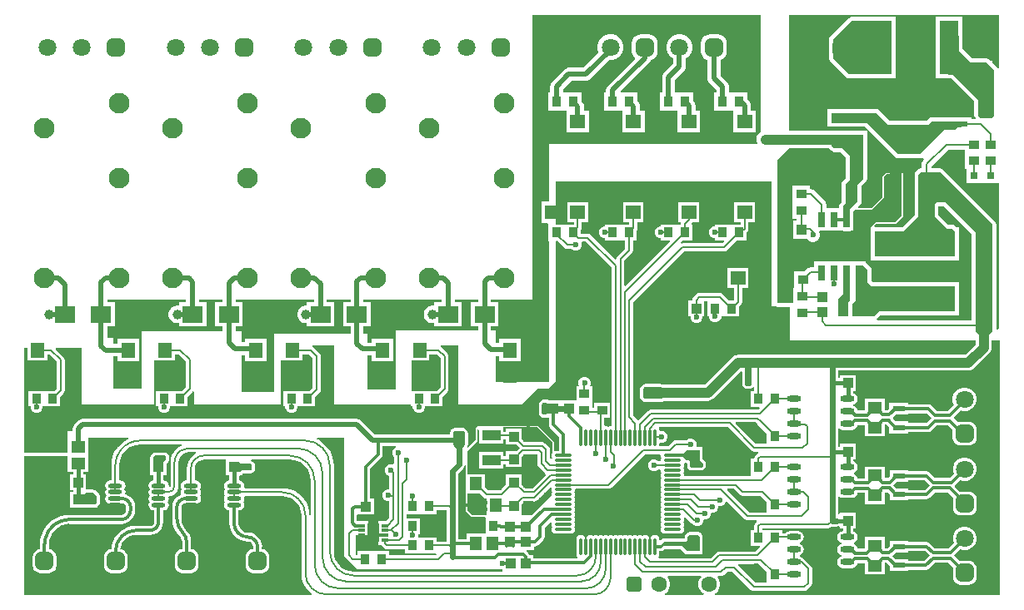
<source format=gtl>
G04*
G04 #@! TF.GenerationSoftware,Altium Limited,Altium Designer,21.2.1 (34)*
G04*
G04 Layer_Physical_Order=1*
G04 Layer_Color=255*
%FSLAX24Y24*%
%MOIN*%
G70*
G04*
G04 #@! TF.SameCoordinates,093661B1-31BE-42CD-8BD9-57EC7F8E6B73*
G04*
G04*
G04 #@! TF.FilePolarity,Positive*
G04*
G01*
G75*
%ADD10C,0.0236*%
%ADD12C,0.0079*%
%ADD22R,0.0669X0.0906*%
%ADD23R,0.0756X0.2146*%
%ADD24R,0.0374X0.0394*%
%ADD25R,0.0591X0.0551*%
%ADD26R,0.1260X0.0394*%
%ADD27R,0.0354X0.0984*%
%ADD28R,0.0630X0.1181*%
%ADD29R,0.0394X0.0236*%
%ADD30R,0.0394X0.0374*%
%ADD31R,0.0354X0.0630*%
%ADD32R,0.3228X0.1024*%
%ADD33R,0.0394X0.0413*%
%ADD34O,0.0118X0.0709*%
%ADD35O,0.0709X0.0118*%
%ADD36R,0.0413X0.0394*%
%ADD37R,0.0579X0.0469*%
%ADD38O,0.0571X0.0177*%
%ADD39R,0.0453X0.0551*%
%ADD40R,0.0469X0.0579*%
%ADD41R,0.0748X0.0433*%
%ADD42R,0.0512X0.0236*%
%ADD43O,0.0571X0.0236*%
%ADD44R,0.0551X0.0472*%
%ADD45R,0.0472X0.0748*%
%ADD46R,0.0315X0.0118*%
%ADD47R,0.0787X0.0669*%
%ADD48R,0.0551X0.0591*%
%ADD49R,0.0315X0.0315*%
%ADD50R,0.0256X0.0600*%
%ADD51R,0.1220X0.1024*%
%ADD52R,0.0472X0.0551*%
%ADD90C,0.0118*%
%ADD91C,0.0394*%
%ADD92C,0.0157*%
%ADD93C,0.0197*%
%ADD94C,0.0709*%
G04:AMPARAMS|DCode=95|XSize=70.9mil|YSize=70.9mil|CornerRadius=17.7mil|HoleSize=0mil|Usage=FLASHONLY|Rotation=180.000|XOffset=0mil|YOffset=0mil|HoleType=Round|Shape=RoundedRectangle|*
%AMROUNDEDRECTD95*
21,1,0.0709,0.0354,0,0,180.0*
21,1,0.0354,0.0709,0,0,180.0*
1,1,0.0354,-0.0177,0.0177*
1,1,0.0354,0.0177,0.0177*
1,1,0.0354,0.0177,-0.0177*
1,1,0.0354,-0.0177,-0.0177*
%
%ADD95ROUNDEDRECTD95*%
%ADD96C,0.0827*%
G04:AMPARAMS|DCode=97|XSize=70.9mil|YSize=70.9mil|CornerRadius=17.7mil|HoleSize=0mil|Usage=FLASHONLY|Rotation=90.000|XOffset=0mil|YOffset=0mil|HoleType=Round|Shape=RoundedRectangle|*
%AMROUNDEDRECTD97*
21,1,0.0709,0.0354,0,0,90.0*
21,1,0.0354,0.0709,0,0,90.0*
1,1,0.0354,0.0177,0.0177*
1,1,0.0354,0.0177,-0.0177*
1,1,0.0354,-0.0177,-0.0177*
1,1,0.0354,-0.0177,0.0177*
%
%ADD97ROUNDEDRECTD97*%
%ADD98C,0.0630*%
G04:AMPARAMS|DCode=99|XSize=63mil|YSize=63mil|CornerRadius=15.7mil|HoleSize=0mil|Usage=FLASHONLY|Rotation=0.000|XOffset=0mil|YOffset=0mil|HoleType=Round|Shape=RoundedRectangle|*
%AMROUNDEDRECTD99*
21,1,0.0630,0.0315,0,0,0.0*
21,1,0.0315,0.0630,0,0,0.0*
1,1,0.0315,0.0157,-0.0157*
1,1,0.0315,-0.0157,-0.0157*
1,1,0.0315,-0.0157,0.0157*
1,1,0.0315,0.0157,0.0157*
%
%ADD99ROUNDEDRECTD99*%
%ADD100C,0.0236*%
%ADD101C,0.0394*%
G36*
X39159Y44900D02*
X39109Y44885D01*
X39082Y44925D01*
X39082Y44925D01*
X38898Y45109D01*
Y45201D01*
X38806D01*
X38779Y45228D01*
X38727Y45263D01*
X38665Y45275D01*
X38665Y45275D01*
X38082D01*
X37708Y45649D01*
Y46197D01*
X37703Y46222D01*
X37701Y46237D01*
Y46947D01*
X36630D01*
Y44486D01*
X37089D01*
X37134Y44477D01*
X37256Y44477D01*
X37627Y44107D01*
X38178Y43556D01*
Y43004D01*
X38190Y42942D01*
X38218Y42900D01*
X38207Y42865D01*
X38196Y42850D01*
X38063D01*
Y42925D01*
X37657D01*
X37642Y42928D01*
X36484Y42928D01*
X36484Y42928D01*
X36423Y42916D01*
X36371Y42881D01*
X36371Y42881D01*
X36272Y42783D01*
X34795D01*
X34362Y43216D01*
X34309Y43251D01*
X34248Y43263D01*
X34248Y43263D01*
X32461D01*
X32461Y43263D01*
X32425Y43256D01*
X32307D01*
Y43154D01*
X32296Y43098D01*
X32296Y43098D01*
Y42713D01*
X32296Y42713D01*
X32307Y42657D01*
Y42547D01*
X32449D01*
X32465Y42544D01*
X32465Y42544D01*
X33811D01*
X35024Y41331D01*
X35076Y41297D01*
X35138Y41284D01*
X35138Y41284D01*
X35201D01*
Y41283D01*
X36142D01*
X36174Y41245D01*
X36118Y41189D01*
X36074Y41124D01*
X36059Y41047D01*
Y40914D01*
X36031Y40877D01*
X35976Y40866D01*
X35925D01*
Y40835D01*
X35918Y40830D01*
X35918Y40830D01*
X35831Y40743D01*
X35797Y40691D01*
X35784Y40630D01*
X35784Y40630D01*
Y39011D01*
X35300Y38528D01*
X34191D01*
X34172Y38574D01*
X34268Y38669D01*
X35063D01*
X35335Y38941D01*
Y40701D01*
X35259Y40701D01*
X35260Y40699D01*
Y38985D01*
X35008Y38732D01*
X34228D01*
X34024Y38528D01*
Y37189D01*
X37567D01*
Y38138D01*
X37570Y38154D01*
X37570Y38154D01*
Y38350D01*
X37570Y38350D01*
X37567Y38366D01*
Y38528D01*
X37459D01*
X37401Y38586D01*
X37349Y38621D01*
X37287Y38633D01*
X37287Y38633D01*
X37129D01*
X36739Y39023D01*
Y39347D01*
X36953D01*
X38056Y38245D01*
Y34791D01*
X34281D01*
X34266Y34841D01*
X34275Y34847D01*
X34275Y34847D01*
X34412Y34984D01*
X37567D01*
Y36323D01*
X34113D01*
X34062Y36374D01*
Y36823D01*
X34062Y36823D01*
X34050Y36884D01*
X34015Y36936D01*
X33839Y37113D01*
Y37162D01*
X33735D01*
X33720Y37164D01*
X33720Y37164D01*
X33425D01*
X33411Y37162D01*
X31768D01*
Y36921D01*
X31618D01*
X31541Y36906D01*
X31476Y36862D01*
X31385Y36772D01*
X30961D01*
Y36087D01*
X30941D01*
Y35496D01*
X30291D01*
Y41202D01*
X30768Y41678D01*
X32367D01*
X32461Y41583D01*
X32513Y41549D01*
X32575Y41536D01*
X32575Y41536D01*
X32823D01*
X33028Y41332D01*
Y40713D01*
X33025Y40477D01*
X32906Y40358D01*
X32875Y40311D01*
X32862D01*
Y40260D01*
X32859Y40244D01*
X32859Y40244D01*
X32859Y39539D01*
X32812Y39491D01*
X32777Y39439D01*
X32765Y39378D01*
X32765Y39378D01*
Y39297D01*
X32254D01*
Y39437D01*
X32239Y39514D01*
X32195Y39579D01*
X31786Y39988D01*
X31721Y40032D01*
X31644Y40047D01*
X31606D01*
Y40191D01*
X30898D01*
Y39502D01*
Y38852D01*
X31051D01*
Y38793D01*
X30913D01*
Y38065D01*
X31481D01*
X31496Y38039D01*
X31547Y37988D01*
X31610Y37952D01*
X31680Y37933D01*
X31753D01*
X31823Y37952D01*
X31886Y37988D01*
X31937Y38039D01*
X31973Y38102D01*
X31992Y38172D01*
Y38245D01*
X31973Y38315D01*
X31964Y38332D01*
X31993Y38382D01*
X32884D01*
X32887Y38379D01*
X32949Y38367D01*
X32949Y38367D01*
X33181D01*
X33243Y38379D01*
X33246Y38382D01*
X33295D01*
X33339Y38425D01*
Y38512D01*
X33342Y38528D01*
X33342Y39162D01*
X33424Y39244D01*
X33453Y39232D01*
Y39232D01*
X34083D01*
X34559Y39709D01*
X34559Y40545D01*
X34669Y40655D01*
X34677Y40663D01*
X34755Y40663D01*
X34755Y40663D01*
X34799Y40705D01*
X34775Y40705D01*
X34657Y40705D01*
X34657D01*
X34646Y40705D01*
X34500Y40559D01*
Y39736D01*
X34051Y39287D01*
X33533D01*
X33513Y39334D01*
X33610Y39430D01*
X33610Y39430D01*
X33620Y39445D01*
X33650D01*
Y39508D01*
X33657Y39543D01*
X33657Y39543D01*
X33657Y40166D01*
X33838Y40347D01*
X33873Y40399D01*
X33885Y40461D01*
X33885Y40461D01*
Y41858D01*
X33885Y41858D01*
X33882Y41874D01*
Y42390D01*
X33118D01*
X33094Y42393D01*
X30768D01*
Y47033D01*
X39159D01*
Y44900D01*
D02*
G37*
G36*
X37547Y46197D02*
Y45583D01*
X38016Y45114D01*
X38665D01*
X38969Y44811D01*
Y42992D01*
X38874Y42898D01*
X38445D01*
X38339Y43004D01*
Y43622D01*
X37740Y44220D01*
X37323Y44638D01*
X37134Y44638D01*
Y46157D01*
X37197Y46220D01*
X37547Y46197D01*
D02*
G37*
G36*
X34728Y42622D02*
X36339D01*
X36484Y42768D01*
X37642Y42768D01*
X37646Y42531D01*
X37504D01*
X37402Y42429D01*
X36976Y42429D01*
X35992Y41445D01*
X35876Y41445D01*
X35138D01*
X33878Y42705D01*
X32465D01*
X32457Y42713D01*
Y43098D01*
X32461Y43102D01*
X34248D01*
X34728Y42622D01*
D02*
G37*
G36*
X30441Y42110D02*
Y41941D01*
X30413Y41913D01*
X29752D01*
X29697Y41969D01*
Y42106D01*
X29744Y42154D01*
X29768D01*
X29814Y42155D01*
X30397D01*
X30441Y42110D01*
D02*
G37*
G36*
X33724Y40461D02*
X33496Y40232D01*
X33496Y39543D01*
X33181Y39228D01*
X33181Y38528D01*
X32949D01*
X32925Y38551D01*
Y39378D01*
X33020Y39472D01*
X33020Y40244D01*
X33185Y40409D01*
X33189Y40795D01*
Y41398D01*
X32890Y41697D01*
X32575D01*
X32469Y41803D01*
Y41854D01*
X33720D01*
X33724Y41858D01*
Y40461D01*
D02*
G37*
G36*
X30055Y35350D02*
X30226D01*
X30230Y35348D01*
X30291Y35336D01*
X30779D01*
X30780Y35335D01*
Y34000D01*
X38233D01*
Y33836D01*
X37813Y33416D01*
X28728D01*
X28646Y33405D01*
X28570Y33374D01*
X28504Y33323D01*
X27388Y32207D01*
X25729D01*
X25725Y32211D01*
X25706Y32219D01*
X25684Y32233D01*
X25658Y32238D01*
X25638Y32247D01*
X25544D01*
X25534Y32242D01*
X25385D01*
X25375Y32247D01*
X25281D01*
X25271Y32242D01*
X25121D01*
X25111Y32247D01*
X25017D01*
X25007Y32242D01*
X25000D01*
X25000Y32242D01*
X24954Y32233D01*
X24915Y32207D01*
X24915Y32207D01*
X24836Y32128D01*
X24810Y32089D01*
X24801Y32043D01*
X24801Y32043D01*
X24801Y31720D01*
X24810Y31674D01*
X24810Y31674D01*
X24810Y31674D01*
X24820Y31660D01*
X24836Y31635D01*
X24836Y31635D01*
X24915Y31557D01*
X24954Y31530D01*
X25000Y31521D01*
X25000Y31521D01*
X25662D01*
X25708Y31530D01*
X25747Y31557D01*
X25763Y31572D01*
X27519D01*
X27601Y31582D01*
X27678Y31614D01*
X27744Y31665D01*
X28837Y32758D01*
X28887Y32738D01*
X28887Y32232D01*
X28892Y32211D01*
X28897Y32186D01*
X28897Y32186D01*
X28897Y32186D01*
X28910Y32167D01*
X28923Y32147D01*
X28923Y32147D01*
X28923Y32147D01*
X28923Y32147D01*
X28982Y32088D01*
X28982Y32088D01*
X28982Y32088D01*
X29003Y32074D01*
X29021Y32062D01*
X29021Y32062D01*
X29021Y32062D01*
X29041Y32058D01*
X29067Y32053D01*
X29067Y32053D01*
X29067Y32053D01*
X29197Y32053D01*
X29197Y32053D01*
X29243Y32062D01*
X29243Y32062D01*
X29282Y32088D01*
X29323Y32129D01*
X29373Y32108D01*
Y31965D01*
X29228D01*
Y31335D01*
X29572D01*
X29591Y31288D01*
X29523Y31220D01*
X25245D01*
X25245Y31220D01*
X25184Y31208D01*
X25131Y31173D01*
X25131Y31173D01*
X24742Y30783D01*
X24717Y30786D01*
X24528Y30975D01*
Y35533D01*
X26552Y37557D01*
X28164D01*
X28164Y37557D01*
X28226Y37569D01*
X28278Y37604D01*
X28670Y37996D01*
X29063D01*
Y38322D01*
X29094Y38353D01*
X29129Y38405D01*
X29141Y38467D01*
X29141Y38467D01*
Y38732D01*
X29394D01*
Y39520D01*
X28567D01*
Y38732D01*
X28820D01*
Y38626D01*
X28463D01*
X28453Y38626D01*
Y38626D01*
X28413D01*
Y38626D01*
X27803D01*
Y38547D01*
X27740D01*
X27654Y38511D01*
X27587Y38445D01*
X27551Y38358D01*
Y38264D01*
X27587Y38177D01*
X27654Y38111D01*
X27740Y38075D01*
X27803D01*
Y37996D01*
X28151D01*
X28170Y37950D01*
X28098Y37878D01*
X26485D01*
X26452Y37871D01*
X26427Y37918D01*
X26506Y37996D01*
X26899D01*
Y38626D01*
X26866D01*
X26847Y38672D01*
X26869Y38695D01*
X26869Y38695D01*
X26895Y38732D01*
X27169D01*
Y39520D01*
X26343D01*
Y38732D01*
X26407D01*
X26417Y38722D01*
X26435Y38692D01*
X26420Y38640D01*
X26391Y38626D01*
X26299D01*
X26289Y38626D01*
Y38626D01*
X26249D01*
Y38626D01*
X25639D01*
Y38547D01*
X25595D01*
X25508Y38511D01*
X25441Y38445D01*
X25406Y38358D01*
Y38264D01*
X25441Y38177D01*
X25508Y38111D01*
X25595Y38075D01*
X25639D01*
Y37996D01*
X25986D01*
X26006Y37950D01*
X24220Y36164D01*
X24173Y36183D01*
Y37190D01*
X24467Y37484D01*
X24467Y37484D01*
X24501Y37536D01*
X24514Y37597D01*
Y37996D01*
X24658D01*
Y38405D01*
X24680Y38438D01*
X24692Y38499D01*
X24692Y38499D01*
Y38732D01*
X24945D01*
Y39520D01*
X24118D01*
Y38732D01*
X24371D01*
Y38626D01*
X24059D01*
X24048Y38626D01*
X24009D01*
X23998Y38626D01*
X23398D01*
Y38547D01*
X23347D01*
X23260Y38511D01*
X23193Y38445D01*
X23157Y38358D01*
Y38264D01*
X23193Y38177D01*
X23260Y38111D01*
X23347Y38075D01*
X23398D01*
Y37996D01*
X23998D01*
X24009Y37996D01*
X24048D01*
X24059Y37996D01*
X24192D01*
Y37664D01*
X23899Y37370D01*
X23864Y37318D01*
X23853Y37260D01*
X23834Y37248D01*
X23806Y37236D01*
X22822Y38220D01*
X22770Y38255D01*
X22709Y38267D01*
X22709Y38267D01*
X22417D01*
Y38399D01*
X22421Y38402D01*
X22421Y38402D01*
X22455Y38454D01*
X22468Y38516D01*
Y38732D01*
X22720D01*
Y39520D01*
X21894D01*
Y38732D01*
X22147D01*
Y38626D01*
X21807D01*
X21807Y38626D01*
X21768D01*
Y38626D01*
X21757Y38626D01*
X21433D01*
Y40346D01*
X30055D01*
Y35350D01*
D02*
G37*
G36*
X33181Y35587D02*
X33130Y35535D01*
Y35177D01*
X33122Y35185D01*
X32720D01*
Y35638D01*
X32925Y35843D01*
Y36602D01*
X33181D01*
Y35587D01*
D02*
G37*
G36*
X33902Y36823D02*
Y36307D01*
X34047Y36161D01*
X34894D01*
X34874Y36142D01*
Y35146D01*
X34346D01*
X34161Y34961D01*
X33307D01*
X33311Y34965D01*
Y35468D01*
X33425Y35583D01*
Y37004D01*
X33720D01*
X33902Y36823D01*
D02*
G37*
G36*
X18325Y35528D02*
X18032D01*
Y34543D01*
X18325D01*
Y34378D01*
X15043D01*
Y32008D01*
X13902D01*
Y33384D01*
X14077D01*
Y33146D01*
X14944D01*
Y34051D01*
X14077D01*
Y33900D01*
X13902D01*
Y34240D01*
X13728D01*
Y34543D01*
X14021D01*
Y35528D01*
X13728D01*
Y35614D01*
X16868D01*
Y35528D01*
X16575D01*
Y35405D01*
X16555Y35390D01*
X16461D01*
X16371Y35366D01*
X16290Y35319D01*
X16224Y35253D01*
X16178Y35172D01*
X16154Y35082D01*
Y34989D01*
X16178Y34899D01*
X16224Y34818D01*
X16290Y34752D01*
X16371Y34705D01*
X16461Y34681D01*
X16555D01*
X16575Y34666D01*
Y34543D01*
X17677D01*
Y35528D01*
X17384D01*
Y35614D01*
X18325D01*
Y35528D01*
D02*
G37*
G36*
X13212D02*
X12919D01*
Y34543D01*
X13212D01*
Y34240D01*
X10146D01*
Y31913D01*
X8854D01*
Y33391D01*
X8986D01*
Y33146D01*
X9852D01*
Y34051D01*
X8986D01*
Y33908D01*
X8854D01*
Y34354D01*
X8615D01*
Y34543D01*
X8908D01*
Y35528D01*
X8615D01*
Y35614D01*
X11755D01*
Y35528D01*
X11462D01*
Y35390D01*
X11398D01*
X11308Y35366D01*
X11227Y35319D01*
X11161Y35253D01*
X11115Y35172D01*
X11091Y35082D01*
Y34989D01*
X11115Y34899D01*
X11161Y34818D01*
X11227Y34752D01*
X11308Y34705D01*
X11398Y34681D01*
X11462D01*
Y34543D01*
X12564D01*
Y35528D01*
X12271D01*
Y35614D01*
X13212D01*
Y35528D01*
D02*
G37*
G36*
X8099D02*
X7806D01*
Y34543D01*
X8099D01*
Y34354D01*
X4878D01*
Y32071D01*
X3713D01*
Y33340D01*
X3894D01*
Y33146D01*
X4760D01*
Y34051D01*
X3894D01*
Y33857D01*
X3713D01*
Y34091D01*
X3502D01*
Y34543D01*
X3795D01*
Y35528D01*
X3490D01*
Y35614D01*
X6642D01*
Y35528D01*
X6349D01*
Y35395D01*
X6342Y35390D01*
X6249D01*
X6159Y35366D01*
X6078Y35319D01*
X6012Y35253D01*
X5965Y35172D01*
X5941Y35082D01*
Y34989D01*
X5965Y34899D01*
X6012Y34818D01*
X6078Y34752D01*
X6159Y34705D01*
X6249Y34681D01*
X6342D01*
X6349Y34676D01*
Y34543D01*
X7451D01*
Y35528D01*
X7158D01*
Y35614D01*
X8099D01*
Y35528D01*
D02*
G37*
G36*
X37811Y41492D02*
Y40843D01*
X37846D01*
Y40276D01*
X38476D01*
X38476Y40276D01*
Y40276D01*
X38524Y40281D01*
Y40282D01*
X39154D01*
X39159Y40234D01*
Y34505D01*
X39093Y34439D01*
X39046Y34458D01*
X39046Y38642D01*
X39046Y38642D01*
X39034Y38703D01*
X38999Y38755D01*
X38999Y38755D01*
X36925Y40830D01*
X36925Y40830D01*
X36872Y40865D01*
X36811Y40877D01*
X36811Y40877D01*
X36461D01*
Y40964D01*
X37132Y41636D01*
X37811D01*
Y41492D01*
D02*
G37*
G36*
X36811Y40717D02*
X38886Y38642D01*
X38886Y34366D01*
X38748Y34228D01*
Y34059D01*
X38354D01*
Y34220D01*
X38217Y34358D01*
Y38311D01*
X37020Y39508D01*
X36665D01*
X36579Y39421D01*
Y38957D01*
X37063Y38472D01*
X37287D01*
X37409Y38350D01*
Y38154D01*
X37402Y38146D01*
X37398Y38150D01*
X35248D01*
Y38248D01*
X35945Y38945D01*
Y40630D01*
X36031Y40717D01*
X36811Y40717D01*
D02*
G37*
G36*
X29638Y42346D02*
X29636Y42345D01*
X29562Y42288D01*
X29505Y42214D01*
X29470Y42128D01*
X29458Y42035D01*
X29470Y41943D01*
X29489Y41896D01*
X29456Y41846D01*
X21150D01*
Y39559D01*
X20854D01*
Y38693D01*
X21080D01*
X21118Y38665D01*
Y37957D01*
X21150D01*
Y32322D01*
X19043D01*
Y33368D01*
X19169D01*
Y33146D01*
X20035D01*
Y34051D01*
X19169D01*
Y33884D01*
X19043D01*
Y34378D01*
X18841D01*
Y34543D01*
X19134D01*
Y35528D01*
X18841D01*
Y35614D01*
X20500D01*
Y47033D01*
X29638D01*
Y42346D01*
D02*
G37*
G36*
X29256Y32870D02*
Y32232D01*
X29197Y32173D01*
X29067Y32173D01*
X29008Y32232D01*
X29008Y32862D01*
X28949Y32921D01*
X29307D01*
X29256Y32870D01*
D02*
G37*
G36*
X16824Y33280D02*
Y32112D01*
X16684Y31972D01*
X16291D01*
Y31972D01*
X16252D01*
Y31972D01*
X15677D01*
X15677Y33185D01*
X16374D01*
Y33438D01*
X16666D01*
X16824Y33280D01*
D02*
G37*
G36*
X25709Y32051D02*
X25709Y31717D01*
Y31688D01*
X25662Y31642D01*
X25000D01*
X24935Y31707D01*
X24921Y31720D01*
X24921Y31996D01*
Y32043D01*
X25000Y32122D01*
X25638D01*
X25709Y32051D01*
D02*
G37*
G36*
X21768Y37701D02*
X21768Y37701D01*
X21820Y37667D01*
X21882Y37654D01*
X21882Y37654D01*
X22059D01*
X22098Y37615D01*
X22185Y37579D01*
X22279D01*
X22366Y37615D01*
X22433Y37681D01*
X22469Y37768D01*
Y37862D01*
X22451Y37904D01*
X22479Y37946D01*
X22642D01*
X23655Y36933D01*
Y30601D01*
X23619Y30571D01*
X23550Y30557D01*
X23521Y30538D01*
X23491Y30557D01*
X23422Y30571D01*
X23417Y30570D01*
X23378Y30602D01*
Y30882D01*
X23603D01*
Y31493D01*
X22973D01*
Y31283D01*
X22891D01*
Y31506D01*
X22891D01*
Y31546D01*
X22891D01*
Y32156D01*
X22827D01*
X22799Y32198D01*
X22815Y32236D01*
Y32330D01*
X22779Y32417D01*
X22713Y32484D01*
X22626Y32520D01*
X22532D01*
X22445Y32484D01*
X22378Y32417D01*
X22343Y32330D01*
Y32236D01*
X22359Y32198D01*
X22331Y32156D01*
X22261D01*
Y31588D01*
X22261Y31581D01*
X22245Y31581D01*
X21654D01*
Y31589D01*
X21201D01*
X21189Y31592D01*
X21145D01*
X21118Y31610D01*
X21072Y31619D01*
X21072Y31619D01*
X20941D01*
X20895Y31610D01*
X20856Y31584D01*
X20856Y31584D01*
X20786Y31514D01*
X20760Y31475D01*
X20751Y31429D01*
X20751Y31429D01*
Y31081D01*
X20751Y31080D01*
X20760Y31034D01*
X20786Y30995D01*
X20857Y30924D01*
X20896Y30898D01*
X20942Y30889D01*
X20942Y30889D01*
X21045D01*
X21068Y30893D01*
X21091Y30898D01*
X21091Y30898D01*
X21091Y30898D01*
X21101Y30904D01*
X21130Y30895D01*
X21151Y30878D01*
Y30611D01*
X21165Y30542D01*
X21204Y30483D01*
X21549Y30138D01*
Y29567D01*
X21434D01*
X21404Y29561D01*
X21365Y29593D01*
Y29934D01*
X20728Y30571D01*
X18324D01*
X18231Y30478D01*
X18231Y30009D01*
X17928Y29706D01*
X17886Y29734D01*
X17908Y29787D01*
X17917Y29833D01*
Y29880D01*
X17917Y29880D01*
X17917Y30277D01*
X17908Y30323D01*
X17891Y30364D01*
X17865Y30403D01*
X17833Y30434D01*
X17794Y30460D01*
X17753Y30477D01*
X17707Y30487D01*
X17685D01*
X17685Y30487D01*
X17394D01*
X17348Y30477D01*
X17312Y30462D01*
X17272Y30436D01*
X17245Y30409D01*
X17219Y30370D01*
X17204Y30333D01*
X17195Y30287D01*
Y30215D01*
X14200D01*
X13632Y30782D01*
X13561Y30830D01*
X13476Y30847D01*
X2496D01*
X2412Y30830D01*
X2340Y30782D01*
X2163Y30605D01*
X2115Y30533D01*
X2098Y30449D01*
Y30343D01*
X1906D01*
Y29484D01*
X171D01*
Y33685D01*
X311D01*
Y33185D01*
X1098D01*
Y33438D01*
X1170D01*
X1465Y33142D01*
Y32053D01*
X1385Y31972D01*
X1003D01*
X992Y31972D01*
X953D01*
X942Y31972D01*
X343D01*
Y31343D01*
X413D01*
Y31291D01*
X449Y31204D01*
X516Y31138D01*
X603Y31102D01*
X697D01*
X783Y31138D01*
X850Y31204D01*
X886Y31291D01*
Y31343D01*
X942D01*
X953Y31343D01*
X992D01*
X1003Y31343D01*
X1602D01*
Y31736D01*
X1740Y31873D01*
X1740Y31873D01*
X1774Y31925D01*
X1787Y31986D01*
X1787Y31986D01*
Y33209D01*
X1774Y33270D01*
X1740Y33322D01*
X1423Y33639D01*
X1442Y33685D01*
X2453D01*
Y31437D01*
X5354D01*
Y33182D01*
X5403Y33185D01*
Y33185D01*
X6190D01*
Y33438D01*
X6331D01*
X6623Y33146D01*
Y32110D01*
X6485Y31972D01*
X6102D01*
X6092Y31972D01*
X6052D01*
X6042Y31972D01*
X5442D01*
Y31343D01*
X5512D01*
Y31292D01*
X5548Y31205D01*
X5614Y31138D01*
X5701Y31102D01*
X5795D01*
X5882Y31138D01*
X5948Y31205D01*
X5984Y31292D01*
Y31343D01*
X6042D01*
X6052Y31343D01*
X6092D01*
X6102Y31343D01*
X6702D01*
Y31736D01*
X6897Y31930D01*
X6907Y31945D01*
X6957Y31930D01*
Y31437D01*
X10445D01*
Y33185D01*
X10495Y33185D01*
Y33185D01*
X11282D01*
Y33434D01*
X11548D01*
X11706Y33276D01*
Y32093D01*
X11585Y31972D01*
X11202D01*
X11192Y31972D01*
X11152D01*
X11142Y31972D01*
X10542D01*
Y31343D01*
X10611D01*
Y31291D01*
X10647Y31204D01*
X10713Y31138D01*
X10800Y31102D01*
X10894D01*
X10981Y31138D01*
X11047Y31204D01*
X11083Y31291D01*
Y31343D01*
X11142D01*
X11152Y31343D01*
X11192D01*
X11202Y31343D01*
X11802D01*
Y31736D01*
X11980Y31913D01*
X11980Y31913D01*
X12014Y31965D01*
X12027Y32027D01*
Y33343D01*
X12027Y33343D01*
X12014Y33404D01*
X11980Y33456D01*
X11728Y33708D01*
X11696Y33730D01*
X11711Y33780D01*
X12567D01*
X12567Y31437D01*
X15642Y31437D01*
Y31343D01*
X15710D01*
Y31288D01*
X15746Y31202D01*
X15813Y31135D01*
X15900Y31099D01*
X15994D01*
X16081Y31135D01*
X16147Y31202D01*
X16183Y31288D01*
Y31343D01*
X16252D01*
Y31343D01*
X16291D01*
Y31343D01*
X16902D01*
Y31736D01*
X17098Y31932D01*
X17098Y31932D01*
X17133Y31984D01*
X17145Y32045D01*
X17145Y32045D01*
Y33346D01*
X17145Y33346D01*
X17133Y33408D01*
X17098Y33460D01*
X17098Y33460D01*
X16846Y33712D01*
X16820Y33730D01*
X16835Y33780D01*
X17520D01*
X17520Y31437D01*
X20050Y31437D01*
X20685Y32072D01*
X21150D01*
X21433Y32372D01*
X21433Y37973D01*
X21483Y37987D01*
X21768Y37701D01*
D02*
G37*
G36*
X39199Y23793D02*
X27808D01*
X27795Y23843D01*
X27841Y23870D01*
X27921Y23951D01*
X27978Y24049D01*
X28008Y24160D01*
Y24274D01*
X27978Y24384D01*
X27921Y24482D01*
X27897Y24506D01*
X27917Y24553D01*
X28040D01*
X28040Y24553D01*
X28101Y24565D01*
X28153Y24600D01*
X28285Y24731D01*
X28503D01*
X29233Y24001D01*
X29233Y24001D01*
X29285Y23966D01*
X29346Y23954D01*
X31374D01*
X31374Y23954D01*
X31435Y23966D01*
X31488Y24001D01*
X31637Y24150D01*
X31637Y24150D01*
X31672Y24202D01*
X31684Y24264D01*
X31684Y24264D01*
Y24846D01*
X31672Y24908D01*
X31637Y24960D01*
X31637Y24960D01*
X31373Y25224D01*
X31321Y25259D01*
X31300Y25263D01*
X31288Y25281D01*
X31210Y25333D01*
X31200Y25335D01*
Y25386D01*
X31210Y25388D01*
X31288Y25440D01*
X31341Y25518D01*
X31359Y25611D01*
X31341Y25703D01*
X31288Y25781D01*
X31210Y25833D01*
X31200Y25835D01*
Y25886D01*
X31210Y25888D01*
X31288Y25940D01*
X31341Y26018D01*
X31359Y26111D01*
X31341Y26203D01*
X31288Y26281D01*
X31210Y26333D01*
X31118Y26351D01*
X30783D01*
X30691Y26333D01*
X30613Y26281D01*
X30607Y26271D01*
X30488D01*
Y26398D01*
X29889D01*
X29878Y26398D01*
Y26398D01*
X29839D01*
Y26398D01*
X29694D01*
Y26461D01*
X32335D01*
X32335Y26461D01*
X32396Y26474D01*
X32448Y26509D01*
X32469Y26529D01*
X32480Y26527D01*
X32673D01*
X32743Y26541D01*
X32793Y26508D01*
Y26453D01*
X32914D01*
Y26349D01*
X32837Y26333D01*
X32759Y26281D01*
X32707Y26203D01*
X32688Y26111D01*
X32707Y26018D01*
X32759Y25940D01*
X32837Y25888D01*
X32847Y25886D01*
Y25835D01*
X32837Y25833D01*
X32759Y25781D01*
X32707Y25703D01*
X32688Y25611D01*
X32707Y25518D01*
X32759Y25440D01*
X32837Y25388D01*
X32847Y25386D01*
Y25335D01*
X32837Y25333D01*
X32759Y25281D01*
X32707Y25203D01*
X32688Y25111D01*
X32707Y25018D01*
X32759Y24940D01*
X32837Y24888D01*
X32929Y24870D01*
X33264D01*
X33356Y24888D01*
X33434Y24940D01*
X33486Y25018D01*
X33497Y25071D01*
X33811D01*
Y24618D01*
X34598D01*
Y25076D01*
X34668D01*
X34780Y24965D01*
Y24748D01*
X35528D01*
Y24804D01*
X36245D01*
X36314Y24817D01*
X36372Y24857D01*
X36592Y25076D01*
X37142D01*
X37318Y24900D01*
X37312Y24854D01*
Y24500D01*
X37323Y24423D01*
X37352Y24351D01*
X37400Y24289D01*
X37461Y24242D01*
X37533Y24212D01*
X37610Y24202D01*
X37965D01*
X38042Y24212D01*
X38113Y24242D01*
X38175Y24289D01*
X38222Y24351D01*
X38252Y24423D01*
X38262Y24500D01*
Y24854D01*
X38252Y24931D01*
X38222Y25003D01*
X38175Y25065D01*
X38113Y25112D01*
X38042Y25142D01*
X37965Y25152D01*
X37610D01*
X37581Y25148D01*
X37363Y25366D01*
X37610Y25613D01*
X37725Y25583D01*
X37850D01*
X37970Y25615D01*
X38077Y25677D01*
X38165Y25765D01*
X38228Y25873D01*
X38260Y25993D01*
Y26117D01*
X38228Y26237D01*
X38165Y26345D01*
X38077Y26433D01*
X37970Y26495D01*
X37850Y26528D01*
X37725D01*
X37605Y26495D01*
X37497Y26433D01*
X37409Y26345D01*
X37347Y26237D01*
X37315Y26117D01*
Y25993D01*
X37347Y25873D01*
X37351Y25865D01*
X37142Y25656D01*
X36607D01*
X36403Y25860D01*
X36345Y25899D01*
X36276Y25913D01*
X35528D01*
Y25969D01*
X34780D01*
Y25752D01*
X34684Y25656D01*
X34598D01*
Y26114D01*
X33811D01*
Y25661D01*
X33800Y25650D01*
X33497D01*
X33486Y25703D01*
X33434Y25781D01*
X33356Y25833D01*
X33346Y25835D01*
Y25886D01*
X33356Y25888D01*
X33434Y25940D01*
X33486Y26018D01*
X33505Y26111D01*
X33486Y26203D01*
X33434Y26281D01*
X33356Y26333D01*
X33316Y26341D01*
Y26453D01*
X33443D01*
Y27083D01*
X32793D01*
Y27058D01*
X32743Y27028D01*
X32721Y27040D01*
Y27729D01*
X32771Y27747D01*
X32837Y27703D01*
X32929Y27685D01*
X33264D01*
X33356Y27703D01*
X33434Y27756D01*
X33486Y27834D01*
X33497Y27886D01*
X33811D01*
Y27437D01*
X34598D01*
Y27895D01*
X34709D01*
X34780Y27825D01*
Y27579D01*
X35528D01*
Y27634D01*
X36268D01*
X36337Y27648D01*
X36395Y27687D01*
X36607Y27899D01*
X37114D01*
X37321Y27693D01*
X37312Y27630D01*
Y27276D01*
X37323Y27199D01*
X37352Y27127D01*
X37400Y27065D01*
X37461Y27018D01*
X37533Y26988D01*
X37610Y26978D01*
X37965D01*
X38042Y26988D01*
X38113Y27018D01*
X38175Y27065D01*
X38222Y27127D01*
X38252Y27199D01*
X38262Y27276D01*
Y27630D01*
X38252Y27707D01*
X38222Y27779D01*
X38175Y27841D01*
X38113Y27888D01*
X38042Y27918D01*
X37965Y27928D01*
X37610D01*
X37598Y27926D01*
X37398Y28127D01*
X37404Y28191D01*
X37603Y28391D01*
X37605Y28390D01*
X37725Y28358D01*
X37850D01*
X37970Y28390D01*
X38077Y28453D01*
X38165Y28541D01*
X38228Y28648D01*
X38260Y28769D01*
Y28893D01*
X38228Y29013D01*
X38165Y29121D01*
X38077Y29209D01*
X37970Y29271D01*
X37850Y29303D01*
X37725D01*
X37605Y29271D01*
X37497Y29209D01*
X37409Y29121D01*
X37347Y29013D01*
X37315Y28893D01*
Y28769D01*
X37347Y28648D01*
X37348Y28647D01*
X37180Y28479D01*
X36606D01*
X36394Y28691D01*
X36336Y28730D01*
X36267Y28744D01*
X35528D01*
Y28799D01*
X34780D01*
Y28527D01*
X34727Y28475D01*
X34598D01*
Y28933D01*
X33811D01*
Y28468D01*
X33731D01*
X33718Y28466D01*
X33497D01*
X33486Y28518D01*
X33434Y28596D01*
X33356Y28649D01*
X33346Y28650D01*
Y28701D01*
X33356Y28703D01*
X33434Y28756D01*
X33486Y28834D01*
X33505Y28926D01*
X33486Y29018D01*
X33434Y29096D01*
X33356Y29148D01*
X33316Y29156D01*
Y29217D01*
X33443D01*
Y29846D01*
X32793D01*
Y29732D01*
X32721D01*
Y30443D01*
X32771Y30464D01*
X32833Y30423D01*
X32925Y30405D01*
X33260D01*
X33352Y30423D01*
X33430Y30475D01*
X33482Y30554D01*
X33493Y30606D01*
X33808D01*
X33811Y30603D01*
Y30150D01*
X34598D01*
Y30608D01*
X34652D01*
X34776Y30485D01*
Y30268D01*
X35524D01*
Y30323D01*
X36333D01*
X36403Y30337D01*
X36461Y30376D01*
X36673Y30588D01*
X37124D01*
X37308Y30404D01*
Y30075D01*
X37319Y29998D01*
X37348Y29926D01*
X37396Y29864D01*
X37457Y29817D01*
X37529Y29787D01*
X37606Y29777D01*
X37961D01*
X38038Y29787D01*
X38110Y29817D01*
X38171Y29864D01*
X38219Y29926D01*
X38248Y29998D01*
X38258Y30075D01*
Y30429D01*
X38248Y30506D01*
X38219Y30578D01*
X38171Y30640D01*
X38110Y30687D01*
X38038Y30717D01*
X37961Y30727D01*
X37606D01*
X37529Y30717D01*
X37513Y30710D01*
X37343Y30880D01*
X37641Y31179D01*
X37721Y31157D01*
X37846D01*
X37966Y31190D01*
X38074Y31252D01*
X38162Y31340D01*
X38224Y31448D01*
X38256Y31568D01*
Y31692D01*
X38224Y31812D01*
X38162Y31920D01*
X38074Y32008D01*
X37966Y32070D01*
X37846Y32102D01*
X37721D01*
X37601Y32070D01*
X37493Y32008D01*
X37405Y31920D01*
X37343Y31812D01*
X37311Y31692D01*
Y31568D01*
X37343Y31448D01*
X37364Y31412D01*
X37119Y31168D01*
X36673D01*
X36461Y31380D01*
X36403Y31419D01*
X36333Y31433D01*
X35524D01*
Y31488D01*
X34776D01*
Y31271D01*
X34692Y31187D01*
X34598D01*
Y31646D01*
X33811D01*
Y31192D01*
X33804Y31185D01*
X33493D01*
X33482Y31238D01*
X33430Y31316D01*
X33352Y31368D01*
X33342Y31370D01*
Y31421D01*
X33352Y31423D01*
X33430Y31475D01*
X33482Y31553D01*
X33501Y31646D01*
X33482Y31738D01*
X33430Y31816D01*
X33352Y31868D01*
X33331Y31872D01*
Y31965D01*
X33443D01*
Y32594D01*
X32793D01*
Y32480D01*
X32721D01*
Y32781D01*
X37945D01*
X38027Y32792D01*
X38104Y32823D01*
X38170Y32874D01*
X38776Y33480D01*
X38826Y33546D01*
X38858Y33623D01*
X38869Y33705D01*
Y34000D01*
X39199D01*
Y23793D01*
D02*
G37*
G36*
X21099Y31471D02*
X21189D01*
X21189Y31059D01*
X21096D01*
X21045Y31009D01*
X20942D01*
X20871Y31080D01*
Y31429D01*
X20941Y31499D01*
X21072D01*
X21099Y31471D01*
D02*
G37*
G36*
X36452Y30878D02*
X36259Y30685D01*
X35524D01*
Y30740D01*
X35031D01*
X34945Y30826D01*
X34939Y30858D01*
X34912Y30897D01*
X35031Y31016D01*
X35524D01*
Y31071D01*
X36259D01*
X36452Y30878D01*
D02*
G37*
G36*
X29510Y30631D02*
X29510Y30631D01*
X29878Y30263D01*
Y29853D01*
X29430D01*
X28620Y30664D01*
X28639Y30710D01*
X29431D01*
X29510Y30631D01*
D02*
G37*
G36*
X17685Y30366D02*
X17707D01*
X17748Y30349D01*
X17779Y30318D01*
X17796Y30277D01*
Y30255D01*
X17796Y29880D01*
X17796D01*
Y29833D01*
X17760Y29746D01*
X17694Y29680D01*
X17607Y29644D01*
X17560Y29644D01*
X17511D01*
X17421Y29681D01*
X17352Y29750D01*
X17315Y29840D01*
Y29888D01*
Y30268D01*
Y30287D01*
X17330Y30323D01*
X17358Y30351D01*
X17394Y30366D01*
X17685D01*
Y30366D01*
D02*
G37*
G36*
X18357Y30395D02*
Y29843D01*
X19341D01*
Y30017D01*
X19426D01*
Y29823D01*
X19849D01*
X19986Y29686D01*
X19849Y29548D01*
X19426D01*
Y29354D01*
X19341D01*
Y29528D01*
X18357D01*
Y28859D01*
X19341D01*
Y29033D01*
X19426D01*
Y28918D01*
X20076D01*
Y29321D01*
X20174Y29419D01*
X20691D01*
Y29044D01*
X20691Y29044D01*
X20703Y28982D01*
X20738Y28930D01*
X20986Y28682D01*
X20986Y28682D01*
X21008Y28668D01*
X21016Y28605D01*
X20482Y28071D01*
X20213D01*
X20076Y28208D01*
Y28611D01*
X19426D01*
Y28208D01*
X19309Y28091D01*
X19306Y28086D01*
X19196Y27976D01*
X18731D01*
X18585Y28122D01*
X18580Y28125D01*
Y28638D01*
X17900D01*
Y29572D01*
X18300Y29972D01*
X18300Y30417D01*
X18307Y30421D01*
X18357Y30395D01*
D02*
G37*
G36*
X21300Y29922D02*
Y29505D01*
X21267Y29455D01*
X21253Y29386D01*
X21267Y29317D01*
X21287Y29288D01*
X21271Y29265D01*
X21258Y29256D01*
X21214Y29246D01*
X21201Y29255D01*
Y29607D01*
X21189Y29668D01*
X21154Y29720D01*
X21154Y29720D01*
X21004Y29870D01*
X20952Y29905D01*
X20891Y29917D01*
X20891Y29917D01*
X20209D01*
X20076Y30050D01*
Y30453D01*
X19426D01*
Y30338D01*
X19341D01*
Y30512D01*
X19387Y30522D01*
X20700Y30522D01*
X21300Y29922D01*
D02*
G37*
G36*
X25626Y29399D02*
X25623Y29386D01*
X25637Y29317D01*
X25657Y29288D01*
X25637Y29259D01*
X25623Y29190D01*
X25594Y29153D01*
X25527D01*
X25488Y29193D01*
X25401Y29229D01*
X25307D01*
X25220Y29193D01*
X25154Y29126D01*
X25118Y29040D01*
Y28946D01*
X25154Y28859D01*
X25220Y28792D01*
X25307Y28756D01*
X25401D01*
X25488Y28792D01*
X25527Y28832D01*
X25594D01*
X25623Y28796D01*
X25637Y28727D01*
X25657Y28697D01*
X25637Y28668D01*
X25623Y28599D01*
X25637Y28530D01*
X25657Y28501D01*
X25637Y28471D01*
X25623Y28402D01*
X25637Y28333D01*
X25657Y28304D01*
X25637Y28274D01*
X25623Y28205D01*
X25637Y28136D01*
X25657Y28107D01*
X25637Y28078D01*
X25623Y28008D01*
X25637Y27939D01*
X25657Y27910D01*
X25637Y27881D01*
X25623Y27812D01*
X25637Y27742D01*
X25657Y27713D01*
X25637Y27684D01*
X25623Y27615D01*
X25637Y27546D01*
X25657Y27516D01*
X25637Y27487D01*
X25623Y27418D01*
X25637Y27349D01*
X25657Y27319D01*
X25637Y27290D01*
X25623Y27221D01*
X25637Y27152D01*
X25657Y27123D01*
X25637Y27093D01*
X25623Y27024D01*
X25637Y26955D01*
X25657Y26926D01*
X25637Y26896D01*
X25623Y26827D01*
X25637Y26758D01*
X25657Y26729D01*
X25637Y26700D01*
X25623Y26630D01*
X25637Y26561D01*
X25657Y26532D01*
X25637Y26503D01*
X25623Y26434D01*
X25637Y26364D01*
X25676Y26306D01*
X25735Y26267D01*
X25804Y26253D01*
X26395D01*
X26464Y26267D01*
X26522Y26306D01*
X26562Y26364D01*
X26575Y26434D01*
X26562Y26503D01*
X26542Y26532D01*
X26562Y26561D01*
X26575Y26630D01*
X26562Y26700D01*
X26542Y26729D01*
X26562Y26758D01*
X26575Y26827D01*
X26563Y26890D01*
X26566Y26894D01*
X26631Y26898D01*
X26858Y26671D01*
X26858Y26671D01*
X26896Y26645D01*
X26957Y26585D01*
X27044Y26549D01*
X27138D01*
X27225Y26585D01*
X27291Y26651D01*
X27327Y26738D01*
Y26801D01*
X27348Y26815D01*
X27442D01*
X27529Y26851D01*
X27595Y26917D01*
X27631Y27004D01*
Y27054D01*
X27646Y27099D01*
X27678Y27100D01*
X27740D01*
X27827Y27136D01*
X27893Y27203D01*
X27929Y27289D01*
Y27342D01*
X27947Y27354D01*
X28041D01*
X28128Y27390D01*
X28195Y27456D01*
X28225Y27529D01*
X28277Y27547D01*
X28997Y26827D01*
X29049Y26793D01*
X29110Y26780D01*
X29110Y26780D01*
X29454D01*
X29469Y26752D01*
X29472Y26730D01*
X29420Y26679D01*
X29385Y26626D01*
X29373Y26565D01*
X29373Y26565D01*
Y26398D01*
X29228D01*
Y25768D01*
X29582D01*
X29601Y25722D01*
X29414Y25535D01*
X27961D01*
X27899Y25522D01*
X27847Y25488D01*
X27847Y25488D01*
X27627Y25267D01*
X25550D01*
X25529Y25317D01*
X25558Y25361D01*
X25571Y25430D01*
Y25549D01*
X25643D01*
X25643Y25549D01*
X25689Y25559D01*
X25728Y25585D01*
X25728Y25585D01*
X25771Y25628D01*
X26427D01*
X26597Y25459D01*
X26636Y25433D01*
X26653Y25429D01*
Y25426D01*
X26682Y25423D01*
X26682Y25423D01*
X26702Y25423D01*
X27154D01*
X27166Y25426D01*
X27302D01*
Y25558D01*
X27305Y25575D01*
X27305Y25575D01*
Y26138D01*
X27305Y26138D01*
X27296Y26184D01*
X27270Y26223D01*
X27219Y26274D01*
X27180Y26300D01*
X27134Y26309D01*
X27134Y26309D01*
X26770D01*
X26770Y26309D01*
X26724Y26300D01*
X26685Y26274D01*
X26623Y26212D01*
X26597Y26173D01*
X26588Y26127D01*
X26588Y26127D01*
Y26057D01*
X25748D01*
X25702Y26048D01*
X25663Y26022D01*
X25663Y26022D01*
X25618Y25976D01*
X25571Y25996D01*
Y26020D01*
X25558Y26089D01*
X25518Y26148D01*
X25460Y26187D01*
X25391Y26201D01*
X25322Y26187D01*
X25263Y26148D01*
X25224Y26089D01*
X25219Y26067D01*
X25168D01*
X25164Y26089D01*
X25125Y26148D01*
X25066Y26187D01*
X24997Y26201D01*
X24928Y26187D01*
X24899Y26168D01*
X24869Y26187D01*
X24800Y26201D01*
X24731Y26187D01*
X24702Y26168D01*
X24672Y26187D01*
X24603Y26201D01*
X24534Y26187D01*
X24505Y26168D01*
X24476Y26187D01*
X24406Y26201D01*
X24337Y26187D01*
X24308Y26168D01*
X24279Y26187D01*
X24210Y26201D01*
X24140Y26187D01*
X24111Y26168D01*
X24082Y26187D01*
X24013Y26201D01*
X23944Y26187D01*
X23914Y26168D01*
X23885Y26187D01*
X23816Y26201D01*
X23747Y26187D01*
X23717Y26168D01*
X23688Y26187D01*
X23619Y26201D01*
X23550Y26187D01*
X23521Y26168D01*
X23491Y26187D01*
X23422Y26201D01*
X23353Y26187D01*
X23324Y26168D01*
X23294Y26187D01*
X23225Y26201D01*
X23156Y26187D01*
X23127Y26168D01*
X23098Y26187D01*
X23028Y26201D01*
X22959Y26187D01*
X22930Y26168D01*
X22901Y26187D01*
X22832Y26201D01*
X22763Y26187D01*
X22704Y26148D01*
X22665Y26089D01*
X22660Y26067D01*
X22609D01*
X22605Y26089D01*
X22566Y26148D01*
X22507Y26187D01*
X22438Y26201D01*
X22369Y26187D01*
X22310Y26148D01*
X22271Y26089D01*
X22257Y26020D01*
Y25430D01*
X22271Y25361D01*
X22303Y25313D01*
X22285Y25263D01*
X20541D01*
Y25374D01*
X20387D01*
X20383Y25392D01*
X20344Y25451D01*
X20252Y25543D01*
X20263Y25582D01*
X20271Y25593D01*
X20560D01*
Y25737D01*
X20603D01*
X20672Y25751D01*
X20731Y25790D01*
X20931Y25990D01*
X20970Y26049D01*
X20984Y26118D01*
Y26493D01*
X21195Y26704D01*
X21256Y26695D01*
X21264Y26681D01*
X21253Y26630D01*
X21267Y26561D01*
X21287Y26532D01*
X21267Y26503D01*
X21253Y26434D01*
X21267Y26364D01*
X21306Y26306D01*
X21365Y26267D01*
X21434Y26253D01*
X22025D01*
X22094Y26267D01*
X22152Y26306D01*
X22191Y26364D01*
X22205Y26434D01*
X22191Y26503D01*
X22172Y26532D01*
X22191Y26561D01*
X22205Y26630D01*
X22191Y26700D01*
X22172Y26729D01*
X22191Y26758D01*
X22205Y26827D01*
X22191Y26896D01*
X22172Y26926D01*
X22191Y26955D01*
X22205Y27024D01*
X22191Y27093D01*
X22172Y27123D01*
X22191Y27152D01*
X22205Y27221D01*
X22191Y27290D01*
X22172Y27319D01*
X22191Y27349D01*
X22205Y27418D01*
X22191Y27487D01*
X22172Y27516D01*
X22191Y27546D01*
X22205Y27615D01*
X22191Y27684D01*
X22172Y27713D01*
X22191Y27742D01*
X22205Y27812D01*
X22191Y27881D01*
X22172Y27910D01*
X22191Y27939D01*
X22205Y28008D01*
X22235Y28045D01*
X23532D01*
X23532Y28045D01*
X23593Y28057D01*
X23646Y28092D01*
X24992Y29438D01*
X25594D01*
X25626Y29399D01*
D02*
G37*
G36*
X15046Y29723D02*
X14981Y29697D01*
X14915Y29630D01*
X14879Y29544D01*
Y29450D01*
X14915Y29363D01*
X14961Y29316D01*
Y29049D01*
X14911Y29016D01*
X14867Y29034D01*
X14773D01*
X14687Y28998D01*
X14620Y28931D01*
X14584Y28845D01*
Y28751D01*
X14620Y28664D01*
X14687Y28597D01*
X14773Y28562D01*
Y28016D01*
X14691D01*
X14604Y27980D01*
X14538Y27914D01*
X14502Y27827D01*
Y27733D01*
X14538Y27646D01*
X14604Y27580D01*
X14691Y27544D01*
X14773D01*
Y26891D01*
X14630Y26748D01*
X14323D01*
Y26394D01*
Y26207D01*
X14323Y26197D01*
X14323D01*
Y26157D01*
X14323D01*
Y25803D01*
X14448D01*
X14450Y25793D01*
X14485Y25741D01*
X14563Y25662D01*
X14563Y25662D01*
X14615Y25627D01*
X14677Y25615D01*
X15396D01*
Y25461D01*
X15995D01*
X16006Y25461D01*
X16045D01*
X16056Y25461D01*
X16617D01*
X16647Y25411D01*
X16639Y25397D01*
X14760D01*
Y25551D01*
X14150D01*
Y25551D01*
X14110D01*
Y25551D01*
X13500D01*
Y25397D01*
X13417D01*
Y26197D01*
X13929D01*
Y26394D01*
Y26748D01*
X13671D01*
X13654Y26751D01*
X13480D01*
X13476Y26756D01*
Y26972D01*
X13505Y27010D01*
X14155D01*
Y27640D01*
X14011D01*
Y28854D01*
X14447Y29290D01*
X14486Y29348D01*
X14500Y29417D01*
Y29773D01*
X15036D01*
X15046Y29723D01*
D02*
G37*
G36*
X5838Y29343D02*
Y29209D01*
X5742Y29114D01*
Y28988D01*
X5329Y28988D01*
Y29316D01*
X5395Y29381D01*
X5800D01*
X5838Y29343D01*
D02*
G37*
G36*
X27185Y29197D02*
X27315Y29067D01*
X27315Y28957D01*
X27256Y28898D01*
X26854D01*
X26803Y28949D01*
Y29171D01*
X26777Y29197D01*
X26666D01*
X26536Y29328D01*
X26143D01*
X26140Y29446D01*
X26526D01*
X26670Y29591D01*
X27185D01*
X27185Y29197D01*
D02*
G37*
G36*
X29250Y29579D02*
X29250Y29579D01*
X29302Y29545D01*
X29364Y29532D01*
X29364Y29532D01*
X29530D01*
X29537Y29510D01*
X29538Y29482D01*
X29493Y29452D01*
X29493Y29452D01*
X29420Y29379D01*
X29385Y29327D01*
X29373Y29266D01*
X29334Y29240D01*
X29228D01*
Y28610D01*
X29228D01*
X29224Y28562D01*
X28939D01*
X28936Y28563D01*
X28936Y28563D01*
X26605D01*
X26575Y28599D01*
X26562Y28668D01*
X26542Y28697D01*
X26562Y28727D01*
X26575Y28796D01*
X26562Y28865D01*
X26542Y28894D01*
X26562Y28924D01*
X26575Y28993D01*
X26562Y29062D01*
X26557Y29068D01*
X26593Y29103D01*
X26602Y29098D01*
X26620Y29086D01*
X26666Y29077D01*
X26683Y29032D01*
Y28949D01*
X26683Y28949D01*
X26692Y28903D01*
X26718Y28864D01*
X26769Y28812D01*
X26808Y28786D01*
X26854Y28777D01*
X26854Y28777D01*
X27256D01*
X27302Y28786D01*
X27341Y28812D01*
X27341Y28812D01*
X27400Y28872D01*
X27426Y28911D01*
X27435Y28957D01*
X27435Y28957D01*
X27435Y29067D01*
X27426Y29113D01*
X27400Y29152D01*
X27400Y29152D01*
X27306Y29246D01*
Y29709D01*
X27196D01*
X27185Y29712D01*
X27076D01*
X27048Y29753D01*
X27059Y29780D01*
Y29874D01*
X27023Y29961D01*
X26957Y30027D01*
X26870Y30063D01*
X26776D01*
X26689Y30027D01*
X26649Y29987D01*
X26233D01*
X26233Y29987D01*
X26172Y29975D01*
X26120Y29940D01*
X25938Y29759D01*
X25603D01*
X25571Y29798D01*
X25571Y29800D01*
Y29873D01*
X25613Y29901D01*
X25626Y29896D01*
X25720D01*
X25807Y29932D01*
X25873Y29998D01*
X25909Y30085D01*
Y30179D01*
X25873Y30266D01*
X25807Y30332D01*
X25720Y30368D01*
X25626D01*
X25613Y30363D01*
X25570Y30399D01*
X25558Y30459D01*
X25548Y30473D01*
X25572Y30517D01*
X28313D01*
X29250Y29579D01*
D02*
G37*
G36*
X8835Y29051D02*
X9220D01*
X9272Y29000D01*
Y28839D01*
X9224Y28791D01*
X8850D01*
X8783Y28724D01*
X8626D01*
X8626Y29118D01*
X8768D01*
X8835Y29051D01*
D02*
G37*
G36*
X10948Y29203D02*
X11106Y29155D01*
X11251Y29078D01*
X11379Y28973D01*
X11483Y28846D01*
X11561Y28700D01*
X11609Y28542D01*
X11624Y28385D01*
X11623Y28378D01*
Y26999D01*
X11573Y26997D01*
X11561Y27151D01*
X11521Y27317D01*
X11455Y27475D01*
X11366Y27621D01*
X11255Y27751D01*
X11125Y27862D01*
X10979Y27951D01*
X10821Y28017D01*
X10655Y28057D01*
X10484Y28070D01*
Y28070D01*
X8996D01*
X8958Y28120D01*
X8967Y28165D01*
X8951Y28246D01*
X8905Y28314D01*
X8837Y28360D01*
X8760Y28375D01*
Y28564D01*
X8783Y28604D01*
X8795Y28606D01*
X8884D01*
Y28654D01*
X8900Y28671D01*
X9224D01*
X9224Y28671D01*
X9270Y28680D01*
X9310Y28706D01*
X9310Y28706D01*
X9357Y28753D01*
X9383Y28793D01*
X9392Y28839D01*
X9392Y28839D01*
Y29000D01*
X9392Y29000D01*
X9383Y29046D01*
X9357Y29085D01*
X9306Y29136D01*
X9267Y29162D01*
X9242Y29167D01*
X9247Y29217D01*
X10783D01*
X10791Y29219D01*
X10948Y29203D01*
D02*
G37*
G36*
X36386Y28188D02*
X36193Y27996D01*
X35528D01*
Y28051D01*
X35065D01*
X34940Y28176D01*
X35084Y28321D01*
X35088Y28327D01*
X35528D01*
Y28382D01*
X36192D01*
X36386Y28188D01*
D02*
G37*
G36*
X21255Y28074D02*
X21263Y28059D01*
X21253Y28008D01*
X21267Y27939D01*
X21287Y27910D01*
X21267Y27881D01*
X21253Y27812D01*
X21259Y27781D01*
X20463Y26985D01*
X20082D01*
X20076Y27032D01*
X20076D01*
Y27435D01*
X20170Y27529D01*
X20573D01*
X20573Y27529D01*
X20634Y27541D01*
X20686Y27576D01*
X21194Y28084D01*
X21255Y28074D01*
D02*
G37*
G36*
X3075Y27744D02*
Y27492D01*
X3000Y27417D01*
X2492D01*
X2484Y27425D01*
X2480Y27801D01*
X2491Y27811D01*
X2559D01*
X2638Y27890D01*
X2929D01*
X3075Y27744D01*
D02*
G37*
G36*
X4325Y30034D02*
X4280Y30015D01*
X4125Y29920D01*
X3986Y29801D01*
X3915Y29719D01*
X3910Y29715D01*
X3901Y29701D01*
X3868Y29663D01*
X3773Y29507D01*
X3703Y29339D01*
X3660Y29162D01*
X3646Y28980D01*
X3647D01*
Y28376D01*
X3610D01*
X3530Y28360D01*
X3461Y28314D01*
X3416Y28246D01*
X3399Y28165D01*
X3416Y28085D01*
X3447Y28037D01*
X3416Y27990D01*
X3399Y27909D01*
X3416Y27829D01*
X3447Y27782D01*
X3416Y27734D01*
X3399Y27654D01*
X3416Y27573D01*
X3461Y27505D01*
X3530Y27459D01*
X3610Y27443D01*
X4004D01*
X4085Y27459D01*
X4103Y27471D01*
X4145Y27463D01*
X4194Y27430D01*
X4227Y27381D01*
X4237Y27326D01*
X4237Y27323D01*
Y27181D01*
X4238Y27176D01*
X4225Y27111D01*
X4185Y27051D01*
X4125Y27012D01*
X4060Y26999D01*
X4055Y27000D01*
X1977D01*
Y27000D01*
X1792Y26985D01*
X1612Y26942D01*
X1441Y26871D01*
X1283Y26774D01*
X1142Y26654D01*
X1022Y26513D01*
X925Y26355D01*
X854Y26184D01*
X834Y26101D01*
X832Y26099D01*
X828Y26074D01*
X811Y26004D01*
X796Y25819D01*
X796D01*
Y25616D01*
X723Y25607D01*
X651Y25577D01*
X589Y25529D01*
X542Y25468D01*
X512Y25396D01*
X502Y25319D01*
Y24965D01*
X512Y24887D01*
X542Y24816D01*
X589Y24754D01*
X651Y24707D01*
X723Y24677D01*
X800Y24667D01*
X1154D01*
X1231Y24677D01*
X1303Y24707D01*
X1365Y24754D01*
X1412Y24816D01*
X1442Y24887D01*
X1452Y24965D01*
Y25319D01*
X1442Y25396D01*
X1412Y25468D01*
X1365Y25529D01*
X1303Y25577D01*
X1231Y25607D01*
X1157Y25616D01*
Y25819D01*
X1156Y25827D01*
X1171Y25979D01*
X1175Y25992D01*
X1218Y26133D01*
X1294Y26275D01*
X1396Y26400D01*
X1520Y26502D01*
X1662Y26578D01*
X1817Y26625D01*
X1969Y26640D01*
X1977Y26638D01*
X4055D01*
Y26637D01*
X4196Y26656D01*
X4327Y26710D01*
X4440Y26796D01*
X4526Y26909D01*
X4581Y27040D01*
X4599Y27181D01*
X4598D01*
Y27323D01*
X4599D01*
X4581Y27455D01*
X4530Y27579D01*
X4449Y27685D01*
X4343Y27766D01*
X4242Y27808D01*
X4219Y27819D01*
X4207Y27870D01*
X4215Y27909D01*
X4199Y27990D01*
X4167Y28037D01*
X4199Y28085D01*
X4215Y28165D01*
X4199Y28246D01*
X4153Y28314D01*
X4085Y28360D01*
X4004Y28376D01*
X3968D01*
Y28980D01*
X3966Y28988D01*
X3982Y29144D01*
X4030Y29302D01*
X4107Y29448D01*
X4150Y29500D01*
X4212Y29575D01*
X4340Y29680D01*
X4485Y29758D01*
X4643Y29806D01*
X4800Y29821D01*
X4807Y29820D01*
X6446D01*
X6452Y29804D01*
X6455Y29770D01*
X6400Y29740D01*
X6393Y29739D01*
X6378Y29728D01*
X6337Y29707D01*
X6308Y29683D01*
X6302Y29679D01*
X6301Y29677D01*
X6227Y29616D01*
X6165Y29541D01*
X6163Y29540D01*
X6159Y29534D01*
X6136Y29505D01*
X6068Y29378D01*
X6026Y29241D01*
X6012Y29098D01*
X6013D01*
Y28154D01*
X6012D01*
X6009Y28135D01*
X5989Y28123D01*
X5945Y28154D01*
X5947Y28165D01*
X5931Y28246D01*
X5885Y28314D01*
X5817Y28360D01*
X5738Y28376D01*
Y28606D01*
X5860D01*
Y28977D01*
X5862Y28988D01*
Y29064D01*
X5923Y29124D01*
X5923Y29124D01*
X5924Y29124D01*
X5937Y29143D01*
X5949Y29163D01*
X5950Y29163D01*
X5950Y29163D01*
X5954Y29186D01*
X5959Y29209D01*
X5959Y29209D01*
X5959Y29209D01*
Y29343D01*
X5950Y29389D01*
X5924Y29428D01*
X5924Y29428D01*
X5885Y29466D01*
X5846Y29493D01*
X5800Y29502D01*
X5800Y29502D01*
X5395D01*
X5395Y29502D01*
X5349Y29493D01*
X5310Y29466D01*
X5310Y29466D01*
X5244Y29401D01*
X5218Y29362D01*
X5209Y29316D01*
X5209Y29316D01*
Y28988D01*
X5211Y28979D01*
Y28606D01*
X5337D01*
Y28375D01*
X5262Y28360D01*
X5193Y28314D01*
X5148Y28246D01*
X5132Y28165D01*
X5148Y28085D01*
X5179Y28037D01*
X5148Y27990D01*
X5132Y27909D01*
X5148Y27829D01*
X5179Y27782D01*
X5148Y27734D01*
X5132Y27654D01*
X5148Y27573D01*
X5179Y27526D01*
X5148Y27478D01*
X5132Y27398D01*
X5148Y27317D01*
X5193Y27249D01*
X5262Y27203D01*
X5343Y27187D01*
X5359D01*
Y26724D01*
X5360Y26720D01*
X5348Y26660D01*
X5311Y26606D01*
X5257Y26570D01*
X5197Y26558D01*
X5193Y26559D01*
X4634D01*
Y26560D01*
X4440Y26541D01*
X4254Y26484D01*
X4082Y26393D01*
X3932Y26269D01*
X3809Y26119D01*
X3717Y25947D01*
X3660Y25761D01*
X3646Y25617D01*
X3646D01*
X3569Y25607D01*
X3497Y25577D01*
X3436Y25529D01*
X3388Y25468D01*
X3358Y25396D01*
X3348Y25319D01*
Y24965D01*
X3358Y24887D01*
X3388Y24816D01*
X3436Y24754D01*
X3497Y24707D01*
X3569Y24677D01*
X3646Y24667D01*
X4000D01*
X4078Y24677D01*
X4149Y24707D01*
X4211Y24754D01*
X4258Y24816D01*
X4288Y24887D01*
X4298Y24965D01*
Y25319D01*
X4288Y25396D01*
X4258Y25468D01*
X4211Y25529D01*
X4149Y25577D01*
X4078Y25607D01*
X4007Y25616D01*
X4015Y25691D01*
X4051Y25809D01*
X4109Y25918D01*
X4187Y26014D01*
X4283Y26092D01*
X4392Y26151D01*
X4511Y26187D01*
X4629Y26198D01*
X4634Y26197D01*
X5193D01*
Y26196D01*
X5330Y26214D01*
X5457Y26267D01*
X5566Y26351D01*
X5650Y26460D01*
X5703Y26588D01*
X5721Y26724D01*
X5720D01*
Y27187D01*
X5736D01*
X5817Y27203D01*
X5885Y27249D01*
X5931Y27317D01*
X5947Y27398D01*
X5931Y27478D01*
X5899Y27526D01*
X5931Y27573D01*
X5947Y27654D01*
X5938Y27699D01*
X5973Y27754D01*
X5974Y27754D01*
X6034Y27762D01*
X6132Y27803D01*
X6216Y27867D01*
X6280Y27951D01*
X6320Y28049D01*
X6334Y28154D01*
X6334D01*
Y29098D01*
X6333Y29103D01*
X6346Y29205D01*
X6387Y29304D01*
X6410Y29333D01*
X6453Y29390D01*
X6509Y29433D01*
X6538Y29455D01*
X6637Y29496D01*
X6739Y29510D01*
X6744Y29509D01*
X7030D01*
X7042Y29459D01*
X6974Y29422D01*
X6869Y29336D01*
X6783Y29231D01*
X6719Y29111D01*
X6679Y28982D01*
X6666Y28846D01*
X6666D01*
Y28376D01*
X6630D01*
X6549Y28360D01*
X6481Y28314D01*
X6435Y28246D01*
X6419Y28165D01*
X6435Y28085D01*
X6467Y28037D01*
X6435Y27990D01*
X6419Y27909D01*
X6435Y27829D01*
X6425Y27796D01*
X6351Y27765D01*
X6243Y27682D01*
X6160Y27574D01*
X6108Y27449D01*
X6090Y27314D01*
X6091D01*
Y26855D01*
X6090D01*
X6109Y26660D01*
X6166Y26472D01*
X6259Y26299D01*
X6383Y26147D01*
X6383Y26147D01*
X6415Y26110D01*
X6438Y26080D01*
X6471Y25999D01*
X6482Y25917D01*
X6481Y25913D01*
Y25616D01*
X6408Y25607D01*
X6336Y25577D01*
X6274Y25529D01*
X6227Y25468D01*
X6197Y25396D01*
X6187Y25319D01*
Y24965D01*
X6197Y24887D01*
X6227Y24816D01*
X6274Y24754D01*
X6336Y24707D01*
X6408Y24677D01*
X6485Y24667D01*
X6839D01*
X6916Y24677D01*
X6988Y24707D01*
X7050Y24754D01*
X7097Y24816D01*
X7127Y24887D01*
X7137Y24965D01*
Y25319D01*
X7127Y25396D01*
X7097Y25468D01*
X7050Y25529D01*
X6988Y25577D01*
X6916Y25607D01*
X6843Y25616D01*
Y25913D01*
X6842Y25915D01*
X6829Y26048D01*
X6790Y26178D01*
X6726Y26298D01*
X6640Y26402D01*
X6640Y26403D01*
X6635Y26406D01*
X6559Y26499D01*
X6500Y26610D01*
X6463Y26730D01*
X6451Y26850D01*
X6452Y26855D01*
Y27314D01*
X6452Y27318D01*
X6463Y27375D01*
X6498Y27427D01*
X6547Y27460D01*
X6549Y27459D01*
X6630Y27443D01*
X7024D01*
X7104Y27459D01*
X7173Y27505D01*
X7218Y27573D01*
X7234Y27654D01*
X7218Y27734D01*
X7187Y27782D01*
X7218Y27829D01*
X7234Y27909D01*
X7218Y27990D01*
X7187Y28037D01*
X7218Y28085D01*
X7234Y28165D01*
X7218Y28246D01*
X7173Y28314D01*
X7104Y28360D01*
X7024Y28376D01*
X6987D01*
Y28846D01*
X6987Y28850D01*
X6999Y28943D01*
X7036Y29033D01*
X7095Y29110D01*
X7172Y29169D01*
X7262Y29206D01*
X7354Y29218D01*
X7358Y29217D01*
X8234D01*
Y28606D01*
X8358D01*
Y28375D01*
X8282Y28360D01*
X8213Y28314D01*
X8168Y28246D01*
X8151Y28165D01*
X8168Y28085D01*
X8199Y28037D01*
X8168Y27990D01*
X8151Y27909D01*
X8168Y27829D01*
X8199Y27782D01*
X8168Y27734D01*
X8151Y27654D01*
X8168Y27573D01*
X8199Y27526D01*
X8168Y27478D01*
X8151Y27398D01*
X8168Y27317D01*
X8213Y27249D01*
X8282Y27203D01*
X8362Y27187D01*
X8378D01*
Y26661D01*
X8378D01*
X8392Y26519D01*
X8434Y26383D01*
X8501Y26257D01*
X8592Y26147D01*
X8702Y26056D01*
X8828Y25989D01*
X8964Y25947D01*
X9106Y25933D01*
Y25933D01*
X9153Y25927D01*
X9187Y25920D01*
X9256Y25874D01*
X9302Y25805D01*
X9317Y25730D01*
X9316Y25724D01*
Y25616D01*
X9242Y25607D01*
X9170Y25577D01*
X9109Y25529D01*
X9061Y25468D01*
X9032Y25396D01*
X9022Y25319D01*
Y24965D01*
X9032Y24887D01*
X9061Y24816D01*
X9109Y24754D01*
X9170Y24707D01*
X9242Y24677D01*
X9319Y24667D01*
X9674D01*
X9751Y24677D01*
X9823Y24707D01*
X9884Y24754D01*
X9932Y24816D01*
X9961Y24887D01*
X9972Y24965D01*
Y25319D01*
X9961Y25396D01*
X9932Y25468D01*
X9884Y25529D01*
X9823Y25577D01*
X9751Y25607D01*
X9677Y25616D01*
Y25724D01*
X9679D01*
X9659Y25872D01*
X9602Y26010D01*
X9511Y26129D01*
X9392Y26220D01*
X9254Y26277D01*
X9106Y26296D01*
Y26296D01*
X9058Y26300D01*
X9011Y26306D01*
X8922Y26343D01*
X8846Y26401D01*
X8787Y26477D01*
X8751Y26566D01*
X8739Y26657D01*
X8740Y26661D01*
Y27187D01*
X8756D01*
X8837Y27203D01*
X8905Y27249D01*
X8951Y27317D01*
X8967Y27398D01*
X8951Y27478D01*
X8919Y27526D01*
X8951Y27573D01*
X8967Y27654D01*
X8958Y27699D01*
X8996Y27749D01*
X10484D01*
X10490Y27750D01*
X10635Y27736D01*
X10779Y27692D01*
X10912Y27621D01*
X11029Y27525D01*
X11125Y27408D01*
X11196Y27275D01*
X11240Y27131D01*
X11254Y26986D01*
X11253Y26980D01*
Y24660D01*
X11251D01*
X11270Y24463D01*
X11328Y24273D01*
X11421Y24098D01*
X11547Y23945D01*
X11671Y23843D01*
X11653Y23793D01*
X171D01*
Y29362D01*
X1911D01*
Y28707D01*
X2118D01*
Y28618D01*
X1990D01*
Y27988D01*
X2118D01*
Y27929D01*
X1990D01*
Y27299D01*
X2480D01*
X2492Y27297D01*
X2492Y27297D01*
X2664D01*
X2677Y27291D01*
X2771D01*
X2785Y27297D01*
X3000D01*
X3046Y27306D01*
X3085Y27332D01*
X3085Y27332D01*
X3160Y27407D01*
X3186Y27446D01*
X3195Y27492D01*
X3195Y27492D01*
Y27744D01*
X3186Y27790D01*
X3160Y27829D01*
X3160Y27829D01*
X3014Y27975D01*
X2975Y28001D01*
X2929Y28010D01*
X2929Y28010D01*
X2640D01*
Y28618D01*
X2520D01*
Y28707D01*
X2726D01*
Y29380D01*
Y30083D01*
X4316D01*
X4325Y30034D01*
D02*
G37*
G36*
X17189Y27289D02*
X17165Y27313D01*
Y27384D01*
X17189Y27407D01*
Y27289D01*
D02*
G37*
G36*
X28776Y27816D02*
X28776Y27816D01*
X28828Y27781D01*
X28890Y27769D01*
X28890Y27769D01*
X29624D01*
X29878Y27515D01*
Y27122D01*
X29836Y27102D01*
X29177D01*
X28280Y27998D01*
X28299Y28045D01*
X28547D01*
X28776Y27816D01*
D02*
G37*
G36*
X17059Y25936D02*
X16656D01*
Y26091D01*
X16056D01*
X16045Y26091D01*
X16006D01*
X15995Y26091D01*
X15956D01*
X15928Y26132D01*
X15937Y26154D01*
Y26238D01*
X16006D01*
Y26868D01*
X15460D01*
Y27035D01*
X15995D01*
X16006Y27035D01*
X16045D01*
X16056Y27035D01*
X16656D01*
Y27190D01*
X17059D01*
Y25936D01*
D02*
G37*
G36*
X18551Y27702D02*
X18603Y27667D01*
X18664Y27655D01*
X18678Y27609D01*
Y26985D01*
X18087D01*
X17900Y27172D01*
Y27851D01*
X18402D01*
X18551Y27702D01*
D02*
G37*
G36*
X17835Y28984D02*
Y27137D01*
X18050Y26922D01*
X18591D01*
X18624Y26886D01*
Y26258D01*
X17864D01*
Y26031D01*
X17541D01*
Y27350D01*
Y28672D01*
X17721Y28853D01*
X17774Y28931D01*
X17785Y28989D01*
X17835Y28984D01*
D02*
G37*
G36*
X27185Y26138D02*
Y25575D01*
X27154Y25544D01*
X26682D01*
X26477Y25749D01*
X25721D01*
X25643Y25670D01*
X25477D01*
X25430Y25623D01*
Y25839D01*
X25447Y25823D01*
X25448D01*
X25464Y25806D01*
X25617D01*
X25748Y25936D01*
X26658D01*
X26708Y25987D01*
Y26127D01*
X26770Y26189D01*
X27134D01*
X27185Y26138D01*
D02*
G37*
G36*
X17197Y25715D02*
X17173Y25739D01*
Y25809D01*
X17197Y25833D01*
Y25715D01*
D02*
G37*
G36*
X17192Y25409D02*
X17168Y25432D01*
Y25503D01*
X17192Y25527D01*
Y25409D01*
D02*
G37*
G36*
X36379Y25374D02*
X36170Y25165D01*
X35528D01*
Y25220D01*
X35035D01*
X34897Y25358D01*
X35035Y25496D01*
X35528D01*
Y25552D01*
X36201D01*
X36379Y25374D01*
D02*
G37*
G36*
X12961Y25354D02*
X13484Y24831D01*
X19221D01*
X19240Y24823D01*
X19301D01*
Y24744D01*
X19258Y24727D01*
X13350D01*
X13344Y24726D01*
X13194Y24741D01*
X13043Y24787D01*
X12905Y24861D01*
X12783Y24960D01*
X12684Y25082D01*
X12609Y25221D01*
X12564Y25371D01*
X12549Y25521D01*
X12550Y25528D01*
Y28980D01*
X12551D01*
X12537Y29162D01*
X12494Y29339D01*
X12424Y29507D01*
X12329Y29663D01*
X12211Y29801D01*
X12072Y29920D01*
X11917Y30015D01*
X11871Y30034D01*
X11881Y30083D01*
X12961D01*
Y25354D01*
D02*
G37*
G36*
X29878Y24718D02*
Y24303D01*
X29840Y24275D01*
X29413D01*
X28709Y24978D01*
X28730Y25028D01*
X29567D01*
X29878Y24718D01*
D02*
G37*
G36*
X27252Y24506D02*
X27228Y24482D01*
X27171Y24384D01*
X27142Y24274D01*
Y24160D01*
X27171Y24049D01*
X27228Y23951D01*
X27309Y23870D01*
X27355Y23843D01*
X27341Y23793D01*
X25808D01*
X25795Y23843D01*
X25841Y23870D01*
X25921Y23951D01*
X25978Y24049D01*
X26008Y24160D01*
Y24274D01*
X25978Y24384D01*
X25921Y24482D01*
X25897Y24506D01*
X25917Y24553D01*
X27233D01*
X27252Y24506D01*
D02*
G37*
%LPC*%
G36*
X34602Y46948D02*
X34602Y46948D01*
X33260D01*
X33198Y46936D01*
X33146Y46901D01*
X33146Y46901D01*
X32406Y46161D01*
X32371Y46109D01*
X32359Y46047D01*
X32359Y46047D01*
Y45827D01*
X32359Y45825D01*
X32359Y45823D01*
X32363Y45635D01*
Y45516D01*
X32366Y45492D01*
X32371Y45280D01*
X32377Y45251D01*
X32383Y45222D01*
X32384Y45221D01*
X32385Y45219D01*
X32402Y45195D01*
X32418Y45170D01*
X33052Y44536D01*
X33104Y44501D01*
X33165Y44489D01*
X33165Y44489D01*
X33965D01*
Y44486D01*
X35035D01*
Y46947D01*
X34608D01*
X34602Y46948D01*
D02*
G37*
%LPD*%
G36*
X34689Y46701D02*
Y44673D01*
X34665Y44650D01*
X33165D01*
X32531Y45283D01*
X32520Y45827D01*
Y46047D01*
X33260Y46787D01*
X34602D01*
X34689Y46701D01*
D02*
G37*
%LPC*%
G36*
X29138Y36882D02*
X28311D01*
Y36094D01*
X28564D01*
Y35590D01*
X28549Y35575D01*
X28373D01*
X28102Y35846D01*
X28050Y35881D01*
X27988Y35893D01*
X27988Y35893D01*
X27177D01*
X27177Y35893D01*
X27116Y35881D01*
X27064Y35846D01*
X27064Y35846D01*
X26938Y35720D01*
X26903Y35668D01*
X26891Y35606D01*
X26853Y35579D01*
X26726D01*
Y34949D01*
X26819D01*
Y34886D01*
X26855Y34799D01*
X26921Y34733D01*
X27008Y34697D01*
X27102D01*
X27189Y34733D01*
X27255Y34799D01*
X27291Y34886D01*
Y34949D01*
X27376D01*
Y35572D01*
X27506D01*
Y34945D01*
X27575D01*
Y34906D01*
X27611Y34819D01*
X27677Y34752D01*
X27764Y34717D01*
X27858D01*
X27945Y34752D01*
X28011Y34819D01*
X28047Y34906D01*
Y34945D01*
X28116D01*
X28116Y34945D01*
X28156D01*
Y34945D01*
X28166Y34945D01*
X28766D01*
Y35338D01*
X28838Y35410D01*
X28838Y35410D01*
X28873Y35462D01*
X28885Y35524D01*
X28885Y35524D01*
Y36094D01*
X29138D01*
Y36882D01*
D02*
G37*
G36*
X27933Y46251D02*
X27579D01*
X27491Y46239D01*
X27410Y46206D01*
X27340Y46152D01*
X27286Y46082D01*
X27253Y46001D01*
X27241Y45913D01*
Y45559D01*
X27253Y45472D01*
X27286Y45390D01*
X27340Y45320D01*
X27410Y45267D01*
X27491Y45233D01*
X27498Y45232D01*
Y44492D01*
X27507Y44425D01*
X27532Y44363D01*
X27573Y44310D01*
X27850Y44033D01*
Y43913D01*
X27764D01*
Y43205D01*
X28487D01*
X28528Y43181D01*
Y42315D01*
X29433D01*
Y43181D01*
X29238D01*
Y43404D01*
X29230Y43470D01*
X29204Y43533D01*
X29163Y43586D01*
X29102Y43647D01*
Y43913D01*
X28366D01*
Y44140D01*
X28358Y44207D01*
X28332Y44269D01*
X28291Y44322D01*
X28014Y44599D01*
Y45232D01*
X28020Y45233D01*
X28102Y45267D01*
X28172Y45320D01*
X28225Y45390D01*
X28259Y45472D01*
X28271Y45559D01*
Y45913D01*
X28259Y46001D01*
X28225Y46082D01*
X28172Y46152D01*
X28102Y46206D01*
X28020Y46239D01*
X27933Y46251D01*
D02*
G37*
G36*
X26445Y46248D02*
X26311D01*
X26180Y46213D01*
X26064Y46146D01*
X25968Y46050D01*
X25901Y45934D01*
X25866Y45804D01*
Y45669D01*
X25901Y45539D01*
X25968Y45422D01*
X26064Y45327D01*
X26120Y45294D01*
Y45075D01*
X25762Y44717D01*
X25721Y44664D01*
X25695Y44602D01*
X25686Y44535D01*
Y43913D01*
X25600D01*
Y43205D01*
X26263D01*
X26303Y43181D01*
Y42315D01*
X27209D01*
Y43181D01*
X27014D01*
Y43387D01*
X27005Y43454D01*
X26979Y43516D01*
X26938Y43570D01*
X26938Y43570D01*
Y43913D01*
X26202D01*
Y44428D01*
X26560Y44786D01*
X26601Y44839D01*
X26627Y44902D01*
X26636Y44969D01*
Y45294D01*
X26692Y45327D01*
X26788Y45422D01*
X26855Y45539D01*
X26890Y45669D01*
Y45804D01*
X26855Y45934D01*
X26788Y46050D01*
X26692Y46146D01*
X26576Y46213D01*
X26445Y46248D01*
D02*
G37*
G36*
X25169Y46251D02*
X24815D01*
X24728Y46239D01*
X24646Y46206D01*
X24576Y46152D01*
X24523Y46082D01*
X24489Y46001D01*
X24477Y45913D01*
Y45559D01*
X24489Y45472D01*
X24523Y45390D01*
X24576Y45320D01*
X24585Y45314D01*
X24588Y45264D01*
X23521Y44197D01*
X23480Y44143D01*
X23454Y44081D01*
X23445Y44014D01*
Y43913D01*
X23359D01*
Y43205D01*
X24039D01*
X24079Y43181D01*
Y42315D01*
X24984D01*
Y43181D01*
X24790D01*
Y43371D01*
X24781Y43438D01*
X24755Y43500D01*
X24714Y43553D01*
X24698Y43570D01*
Y43913D01*
X24033D01*
X24014Y43960D01*
X25175Y45121D01*
X25216Y45174D01*
X25239Y45231D01*
X25257Y45233D01*
X25338Y45267D01*
X25408Y45320D01*
X25462Y45390D01*
X25495Y45472D01*
X25507Y45559D01*
Y45913D01*
X25495Y46001D01*
X25462Y46082D01*
X25408Y46152D01*
X25338Y46206D01*
X25257Y46239D01*
X25169Y46251D01*
D02*
G37*
G36*
X23682Y46248D02*
X23547D01*
X23417Y46213D01*
X23300Y46146D01*
X23205Y46050D01*
X23137Y45934D01*
X23102Y45804D01*
Y45669D01*
X23137Y45539D01*
X23143Y45528D01*
X22523Y44908D01*
X21941D01*
X21874Y44899D01*
X21812Y44873D01*
X21758Y44832D01*
X21280Y44354D01*
X21239Y44300D01*
X21213Y44238D01*
X21204Y44171D01*
Y43913D01*
X21118D01*
Y43205D01*
X21814D01*
X21854Y43181D01*
Y42315D01*
X22760D01*
Y43181D01*
X22565D01*
Y43354D01*
X22556Y43421D01*
X22531Y43483D01*
X22490Y43537D01*
X22457Y43570D01*
Y43913D01*
X21721D01*
Y44064D01*
X22048Y44391D01*
X22630D01*
X22697Y44400D01*
X22759Y44426D01*
X22812Y44467D01*
X23570Y45224D01*
X23682D01*
X23812Y45259D01*
X23928Y45327D01*
X24024Y45422D01*
X24091Y45539D01*
X24126Y45669D01*
Y45804D01*
X24091Y45934D01*
X24024Y46050D01*
X23928Y46146D01*
X23812Y46213D01*
X23682Y46248D01*
D02*
G37*
%LPD*%
D10*
X32480Y29339D02*
Y32925D01*
X17551Y29023D02*
Y29976D01*
X17300Y25850D02*
Y27350D01*
Y25776D02*
Y25850D01*
Y27350D02*
Y28772D01*
Y25468D02*
Y25776D01*
Y25322D02*
Y25468D01*
Y28772D02*
X17551Y29023D01*
X32480Y26768D02*
Y29339D01*
X21340Y31264D02*
X21347Y31256D01*
X21965D01*
X32480Y26768D02*
X32673D01*
D12*
X22956Y23811D02*
G03*
X23619Y24474I0J663D01*
G01*
X22276Y24567D02*
G03*
X23028Y25320I0J753D01*
G01*
X12390Y25528D02*
G03*
X13350Y24567I961J0D01*
G01*
X11413Y24660D02*
G03*
X12262Y23811I849J0D01*
G01*
X22462Y24339D02*
G03*
X23225Y25102I0J763D01*
G01*
X22666Y24063D02*
G03*
X23422Y24819I0J756D01*
G01*
X12098Y25283D02*
G03*
X13043Y24339I945J0D01*
G01*
X11413Y26980D02*
G03*
X10484Y27909I-929J0D01*
G01*
X7358Y29378D02*
G03*
X6827Y28846I0J-531D01*
G01*
X11783Y24996D02*
G03*
X12717Y24063I933J0D01*
G01*
X11783Y28378D02*
G03*
X10783Y29378I-1000J0D01*
G01*
X6277Y29427D02*
G03*
X6173Y29098I467J-328D01*
G01*
X6416Y29566D02*
G03*
X6277Y29427I328J-467D01*
G01*
X6455Y29591D02*
G03*
X6416Y29566I289J-492D01*
G01*
X6744Y29669D02*
G03*
X6455Y29591I0J-571D01*
G01*
X12098Y28669D02*
G03*
X11098Y29669I-1000J0D01*
G01*
X4023Y29601D02*
G03*
X3807Y28980I784J-621D01*
G01*
X4807Y29980D02*
G03*
X4023Y29601I0J-1000D01*
G01*
X12390Y28980D02*
G03*
X11390Y29980I-1000J0D01*
G01*
X5929Y27909D02*
G03*
X6173Y28154I0J244D01*
G01*
X23619Y24474D02*
Y25725D01*
X12262Y23811D02*
X22956D01*
X24367Y35599D02*
X26485Y37718D01*
X24603Y30095D02*
Y30672D01*
X24367Y30908D02*
Y35599D01*
Y30908D02*
X24603Y30672D01*
X20147Y27910D02*
X20548D01*
X21237Y28599D02*
X21729D01*
X20548Y27910D02*
X21237Y28599D01*
X20103Y27690D02*
X20573D01*
X21278Y28395D02*
X21722D01*
X20573Y27690D02*
X21278Y28395D01*
X16350Y25776D02*
X17300D01*
X16957Y25468D02*
X17300D01*
X16350Y27350D02*
X17300D01*
X23028Y29452D02*
Y30095D01*
X14933Y26824D02*
Y27787D01*
X27811Y34953D02*
Y35260D01*
X27787Y38311D02*
X28108D01*
X25642D02*
X25944D01*
X23394D02*
X23703D01*
X21882Y37815D02*
X22232D01*
X21463Y38234D02*
X21882Y37815D01*
X21463Y38234D02*
Y38311D01*
X22112D02*
X22317Y38106D01*
X22709D01*
X23816Y36999D01*
Y30095D02*
Y36999D01*
X13350Y24567D02*
X22276D01*
X13043Y24339D02*
X22462D01*
X23225Y25102D02*
Y25725D01*
X23422Y24819D02*
Y25725D01*
X12717Y24063D02*
X22666D01*
X11413Y24660D02*
Y26980D01*
X24353Y37597D02*
Y38311D01*
X24013Y37257D02*
X24353Y37597D01*
X24013Y30095D02*
Y37257D01*
X24210Y30095D02*
Y35927D01*
X26485Y37718D02*
X28164D01*
X16724Y25236D02*
X16957Y25468D01*
X14455Y25236D02*
X16724D01*
X30150Y26111D02*
X30951D01*
X29480Y25374D02*
X30189Y26083D01*
X30322Y25950D01*
X27961Y25374D02*
X29480D01*
X24997Y25308D02*
Y25725D01*
Y25308D02*
X25198Y25107D01*
X27693D01*
X27961Y25374D01*
X29533Y26089D02*
Y26565D01*
X32335Y26622D02*
X32480Y26768D01*
X29591Y26622D02*
X32335D01*
X29533Y26565D02*
X29591Y26622D01*
X28724Y35524D02*
Y36488D01*
X28461Y35260D02*
X28724Y35524D01*
X27988Y35732D02*
X28461Y35260D01*
X27177Y35732D02*
X27988D01*
X27051Y35606D02*
X27177Y35732D01*
X27051Y35264D02*
Y35606D01*
X29533Y32967D02*
X29665Y33098D01*
X29533Y31650D02*
Y32967D01*
X29606Y29339D02*
X32480D01*
X29533Y29266D02*
X29606Y29339D01*
X29533Y28925D02*
Y29266D01*
X25428Y30132D02*
X25673D01*
X25391Y30095D02*
X25428Y30132D01*
X22576Y32257D02*
X22579Y32254D01*
Y32283D01*
X22576Y31851D02*
Y32257D01*
X14677Y25776D02*
X15701D01*
X14598Y25854D02*
Y25980D01*
Y25854D02*
X14677Y25776D01*
X27051Y35264D02*
X27055Y35260D01*
Y34933D02*
Y35260D01*
X26233Y29827D02*
X26823D01*
X26005Y29598D02*
X26233Y29827D01*
X24925Y29598D02*
X26005D01*
X23532Y28205D02*
X24925Y29598D01*
X21729Y28205D02*
X23532D01*
X6827Y28165D02*
Y28846D01*
X7358Y29378D02*
X10783D01*
X38835Y40600D02*
X38839Y40596D01*
X38835Y40600D02*
Y41187D01*
X38161Y40591D02*
X38165Y40594D01*
Y41187D01*
X36260Y41047D02*
X37049Y41837D01*
X38165D01*
X38421Y42650D02*
X38823Y42248D01*
Y41843D02*
Y42248D01*
X31295Y35093D02*
X31320Y35118D01*
X32079D01*
Y34756D02*
Y35118D01*
Y34756D02*
X32244Y34591D01*
X38409D01*
X31252Y38445D02*
X31591D01*
X31717Y38319D01*
Y38209D02*
Y38319D01*
X32553Y36242D02*
Y36704D01*
X31644Y39846D02*
X32053Y39437D01*
Y38839D02*
Y39437D01*
X31252Y39846D02*
X31644D01*
X28835Y38321D02*
X28980Y38467D01*
Y39126D01*
X28835Y38311D02*
Y38321D01*
X36260Y40394D02*
Y41047D01*
X37709Y42650D02*
X38421D01*
X13291Y26374D02*
X13654D01*
X13169Y26252D02*
X13291Y26374D01*
X13169Y25378D02*
Y26252D01*
Y25378D02*
X13311Y25236D01*
X13805D01*
X25354Y28993D02*
X26099D01*
Y27418D02*
X26691D01*
X26099Y27615D02*
X26834D01*
X26535Y27221D02*
X26971Y26785D01*
X26099Y27221D02*
X26535D01*
X27189Y27590D02*
X27994D01*
X27674Y27317D02*
X27693Y27336D01*
X26968Y27812D02*
X27189Y27590D01*
X27057Y27051D02*
X27395D01*
X27131Y27317D02*
X27674D01*
X23619Y29519D02*
Y30095D01*
X26691Y27418D02*
X27057Y27051D01*
X26099Y27812D02*
X26968D01*
X26834Y27615D02*
X27131Y27317D01*
X26971Y26785D02*
X27091D01*
X23724Y28973D02*
X23748Y28998D01*
Y29390D01*
X23619Y29519D02*
X23748Y29390D01*
X23422Y29219D02*
X23426Y29215D01*
X23422Y29219D02*
Y30095D01*
X23028Y29452D02*
X23036D01*
X28164Y37718D02*
X28758Y38311D01*
Y38311D01*
X26756Y38808D02*
Y39126D01*
X26594Y38646D02*
X26756Y38808D01*
X26594Y38311D02*
Y38646D01*
X24210Y35927D02*
X26594Y38311D01*
X15447Y29175D02*
X15453Y29169D01*
Y28417D02*
Y29169D01*
X15115Y29497D02*
X15122Y29489D01*
Y26665D02*
Y29489D01*
X14831Y26374D02*
X15122Y26665D01*
X14820Y28798D02*
X14933Y28685D01*
Y27787D02*
Y28685D01*
X15299Y28264D02*
X15453Y28417D01*
X15299Y26127D02*
Y28264D01*
X648Y31340D02*
Y31657D01*
Y31340D02*
X650Y31338D01*
X10847Y31338D02*
Y31657D01*
Y31338D02*
X10847Y31338D01*
X15947Y31335D02*
X15947Y31336D01*
Y31657D01*
X8559Y27909D02*
X10484D01*
X8559Y27654D02*
Y27909D01*
X11783Y24996D02*
Y28378D01*
X6744Y29669D02*
X11098D01*
X6173Y28154D02*
Y29098D01*
X12098Y25283D02*
Y28669D01*
X3807Y28165D02*
Y28980D01*
X4807Y29980D02*
X11390D01*
X12390Y25528D02*
Y28980D01*
X23028Y25320D02*
Y25725D01*
X29364Y29693D02*
X31307D01*
X25410Y30678D02*
X28379D01*
X29364Y29693D01*
X25340Y30871D02*
X29497D01*
X29624Y30744D02*
X29624D01*
X29497Y30871D02*
X29624Y30744D01*
X29589Y31060D02*
X30179Y31650D01*
X25245Y31060D02*
X29589D01*
X29589Y31060D01*
X28937Y28402D02*
X29659D01*
X26099Y28402D02*
X28936D01*
X28937Y28402D01*
X28614Y28205D02*
X28890Y27929D01*
X26099Y28205D02*
X28614D01*
X28043Y28008D02*
X29110Y26941D01*
X26099Y28008D02*
X28043D01*
X28218Y24891D02*
X28569D01*
X29346Y24114D02*
X31374D01*
X28569Y24891D02*
X29346Y24114D01*
X28040Y24713D02*
X28218Y24891D01*
X24907Y24713D02*
X28040D01*
X28079Y25189D02*
X29634D01*
X27812Y24922D02*
X28079Y25189D01*
X25012Y24922D02*
X27812D01*
X24800Y25134D02*
X25012Y24922D01*
X24603Y25017D02*
X24907Y24713D01*
X6827Y27909D02*
Y28165D01*
X24800Y25134D02*
Y25725D01*
X24603Y25017D02*
Y25725D01*
X24800Y30615D02*
X25245Y31060D01*
X24997Y30095D02*
Y30528D01*
X24800Y30095D02*
Y30615D01*
X25194Y30461D02*
X25410Y30678D01*
X25194Y30095D02*
Y30461D01*
X24997Y30528D02*
X25340Y30871D01*
X23217Y31073D02*
X23267Y31123D01*
X21722Y28395D02*
X21729Y28402D01*
X21190Y28993D02*
X21729D01*
X21099Y28796D02*
X21729D01*
X23217Y30103D02*
Y31073D01*
Y30103D02*
X23225Y30095D01*
X22568Y31123D02*
X23267D01*
X18849Y29193D02*
X19712D01*
X19423Y27978D02*
X19741Y28296D01*
X19054Y27347D02*
X19751D01*
X19023Y27378D02*
X19054Y27347D01*
X19423Y27976D02*
Y27978D01*
X19262Y27815D02*
X19423Y27976D01*
X19741Y28296D02*
X19751D01*
X19761D01*
X20147Y27910D01*
X20143Y29756D02*
X20891D01*
X21040Y29142D02*
Y29607D01*
Y29142D02*
X21190Y28993D01*
X20891Y29756D02*
X21040Y29607D01*
X20851Y29044D02*
Y29497D01*
X20769Y29579D02*
X20851Y29497D01*
Y29044D02*
X21099Y28796D01*
X20107Y29579D02*
X20769D01*
X19751Y27347D02*
X19761D01*
X20103Y27690D01*
X19712Y29193D02*
X19751Y29233D01*
X19761D01*
X20107Y29579D01*
X18849Y30178D02*
X19712D01*
X19751Y30138D01*
X19761D02*
X20143Y29756D01*
X19751Y30138D02*
X19761D01*
X18235Y28195D02*
X18422Y28008D01*
X18471D02*
X18664Y27815D01*
X18422Y28008D02*
X18471D01*
X18664Y27815D02*
X19262D01*
X30947Y30146D02*
X30947Y30146D01*
X30183Y30146D02*
X30947D01*
X31307Y29693D02*
X31484Y29870D01*
Y30543D01*
X30179Y31650D02*
X30183Y31646D01*
X30947D01*
X29624Y30744D02*
X30179Y30189D01*
X30967Y30626D02*
X31402D01*
X30947Y30646D02*
Y31146D01*
Y30646D02*
X30967Y30626D01*
X31402D02*
X31484Y30543D01*
X30183Y28925D02*
X30950D01*
X29659Y28402D02*
X30183Y28925D01*
X30950D02*
X30951Y28926D01*
X30951Y25111D02*
Y25611D01*
X31374Y24114D02*
X31524Y24264D01*
X29634Y25189D02*
X30183Y24640D01*
Y24618D02*
Y24640D01*
Y24618D02*
X30943D01*
X31259Y25111D02*
X31524Y24846D01*
X30943Y24618D02*
X30951Y24611D01*
X31524Y24264D02*
Y24846D01*
X30951Y25111D02*
X31259D01*
X29691Y27929D02*
X30183Y27437D01*
X28890Y27929D02*
X29691D01*
X30951Y27426D02*
X30961Y27416D01*
X30940Y27437D02*
X30951Y27426D01*
X30183Y27437D02*
X30940D01*
X30951Y27926D02*
Y28426D01*
X29110Y26941D02*
X31256D01*
X31532Y27217D01*
Y27728D01*
X31334Y27926D02*
X31532Y27728D01*
X30951Y27926D02*
X31334D01*
X18235Y28195D02*
Y28245D01*
X15153Y25980D02*
X15299Y26127D01*
X14598Y26374D02*
X14831D01*
X14598Y26571D02*
X14680D01*
X14738Y27780D02*
X14762Y27756D01*
X14902D01*
X14680Y26571D02*
X14933Y26824D01*
X14598Y25980D02*
X15153D01*
X14831Y26374D02*
X14870D01*
X14902Y27756D02*
X14933Y27787D01*
X14870Y26374D02*
X15022Y26222D01*
X15701Y27350D02*
Y27756D01*
X15701Y26201D02*
Y26553D01*
X3807Y27909D02*
Y28165D01*
X5539Y27909D02*
X5929D01*
X5539Y27654D02*
Y27909D01*
X16984Y32045D02*
Y33346D01*
X15980Y33598D02*
X16732D01*
X16984Y33346D01*
X11497Y31657D02*
X11866Y32027D01*
X16596Y31657D02*
X16984Y32045D01*
X10888Y33598D02*
X10892Y33594D01*
X11614D02*
X11866Y33343D01*
X10892Y33594D02*
X11614D01*
X11866Y32027D02*
Y33343D01*
X6397Y31657D02*
X6783Y32044D01*
X6398Y33598D02*
X6783Y33213D01*
Y32044D02*
Y33213D01*
X5797Y33598D02*
X6398D01*
X5747Y31339D02*
Y31657D01*
X1236Y33598D02*
X1626Y33209D01*
X705Y33598D02*
X1236D01*
X1626Y31986D02*
Y33209D01*
X1297Y31657D02*
X1626Y31986D01*
X24532Y38499D02*
Y39126D01*
X24353Y38321D02*
X24532Y38499D01*
X22307Y38516D02*
Y39126D01*
X24353Y38311D02*
Y38321D01*
X22112Y38311D02*
Y38321D01*
X22307Y38516D01*
X5747Y31339D02*
X5748Y31339D01*
X32037Y36720D02*
X32053Y36704D01*
X31315Y36427D02*
X31325D01*
X31618Y36720D01*
X32037D01*
X31295Y35742D02*
X31329Y35708D01*
X32079D01*
X31295Y35742D02*
Y36407D01*
X31315Y36427D01*
X32553Y36704D02*
Y36876D01*
X31252Y38445D02*
Y39197D01*
D22*
X38406Y44591D02*
D03*
Y46244D02*
D03*
D23*
X34500Y45717D02*
D03*
X37165D02*
D03*
D24*
X22112Y43559D02*
D03*
X21463D02*
D03*
X24353D02*
D03*
X23703D02*
D03*
X28108Y38311D02*
D03*
X28758D02*
D03*
X25944D02*
D03*
X26594D02*
D03*
X23703D02*
D03*
X24353D02*
D03*
X21463D02*
D03*
X22112D02*
D03*
X26594Y43559D02*
D03*
X25944D02*
D03*
X18280Y26571D02*
D03*
X18929D02*
D03*
X29533Y30146D02*
D03*
X30183D02*
D03*
X30183Y31650D02*
D03*
X29533D02*
D03*
X30183Y28925D02*
D03*
X29533D02*
D03*
X30183Y26083D02*
D03*
X29533D02*
D03*
X29533Y24618D02*
D03*
X30183D02*
D03*
X29533Y27437D02*
D03*
X30183D02*
D03*
X16350Y27350D02*
D03*
X15701D02*
D03*
X15701Y26553D02*
D03*
X16350D02*
D03*
X14455Y25236D02*
D03*
X13805D02*
D03*
X16350Y25776D02*
D03*
X15701D02*
D03*
X15947Y31657D02*
D03*
X16596D02*
D03*
X10847D02*
D03*
X11497D02*
D03*
X5747D02*
D03*
X6397D02*
D03*
X648D02*
D03*
X1297D02*
D03*
X28108Y43559D02*
D03*
X28758D02*
D03*
X27811Y35260D02*
D03*
X28461D02*
D03*
D25*
X23531Y39126D02*
D03*
X24532D02*
D03*
X23531Y42748D02*
D03*
X24532D02*
D03*
X21307Y39126D02*
D03*
X22307D02*
D03*
X21307Y42748D02*
D03*
X22307D02*
D03*
X25756Y39126D02*
D03*
X26756D02*
D03*
X25756Y42748D02*
D03*
X26756D02*
D03*
X28724Y36488D02*
D03*
X26165D02*
D03*
X28980Y42748D02*
D03*
X27980D02*
D03*
X28980Y39126D02*
D03*
X27980D02*
D03*
D26*
X33094Y42902D02*
D03*
Y42035D02*
D03*
D27*
X32142Y40945D02*
D03*
X33362D02*
D03*
D28*
X35673Y43764D02*
D03*
Y42031D02*
D03*
D29*
X37709Y43398D02*
D03*
Y42650D02*
D03*
X38654Y43024D02*
D03*
D30*
X38165Y41837D02*
D03*
Y41187D02*
D03*
X38835Y41187D02*
D03*
Y41837D02*
D03*
X31295Y35742D02*
D03*
Y35093D02*
D03*
X1622Y29689D02*
D03*
Y29039D02*
D03*
X23288Y31837D02*
D03*
Y31188D02*
D03*
X22576Y31851D02*
D03*
Y31201D02*
D03*
X30575Y35762D02*
D03*
Y35112D02*
D03*
X31252Y39846D02*
D03*
Y39197D02*
D03*
X31315Y36427D02*
D03*
Y37077D02*
D03*
D31*
X35039Y40394D02*
D03*
X36260D02*
D03*
Y39378D02*
D03*
X35039D02*
D03*
D32*
X35795Y37858D02*
D03*
Y35654D02*
D03*
D33*
X32079Y35708D02*
D03*
Y35118D02*
D03*
X21965Y31847D02*
D03*
Y31256D02*
D03*
X21340Y31855D02*
D03*
Y31264D02*
D03*
X20245Y25918D02*
D03*
Y26508D02*
D03*
X19603Y25918D02*
D03*
Y26508D02*
D03*
X31268Y38429D02*
D03*
Y37839D02*
D03*
D34*
X22438Y30095D02*
D03*
X22635D02*
D03*
X22832D02*
D03*
X23028D02*
D03*
X23225D02*
D03*
X23422D02*
D03*
X23619D02*
D03*
X23816D02*
D03*
X24013D02*
D03*
X24210D02*
D03*
X24406D02*
D03*
X24603D02*
D03*
X24800D02*
D03*
X24997D02*
D03*
X25194D02*
D03*
X25391D02*
D03*
Y25725D02*
D03*
X25194D02*
D03*
X24997D02*
D03*
X24800D02*
D03*
X24603D02*
D03*
X24406D02*
D03*
X24210D02*
D03*
X24013D02*
D03*
X23816D02*
D03*
X23619D02*
D03*
X23422D02*
D03*
X23225D02*
D03*
X23028D02*
D03*
X22832D02*
D03*
X22635D02*
D03*
X22438D02*
D03*
D35*
X26099Y29386D02*
D03*
Y29190D02*
D03*
Y28993D02*
D03*
Y28796D02*
D03*
Y28599D02*
D03*
Y28402D02*
D03*
Y28205D02*
D03*
Y28008D02*
D03*
Y27812D02*
D03*
Y27615D02*
D03*
Y27418D02*
D03*
Y27221D02*
D03*
Y27024D02*
D03*
Y26827D02*
D03*
Y26630D02*
D03*
Y26434D02*
D03*
X21729D02*
D03*
Y26630D02*
D03*
Y26827D02*
D03*
Y27024D02*
D03*
Y27221D02*
D03*
Y27418D02*
D03*
Y27615D02*
D03*
Y27812D02*
D03*
Y28008D02*
D03*
Y28205D02*
D03*
Y28402D02*
D03*
Y28599D02*
D03*
Y28796D02*
D03*
Y28993D02*
D03*
Y29190D02*
D03*
Y29386D02*
D03*
D36*
X2315Y28303D02*
D03*
X1724D02*
D03*
X2315Y27614D02*
D03*
X1724D02*
D03*
X26977Y25741D02*
D03*
X27568D02*
D03*
X26981Y29394D02*
D03*
X27572D02*
D03*
X20217Y25059D02*
D03*
X19626D02*
D03*
X19751Y28296D02*
D03*
X20341D02*
D03*
X20341Y29233D02*
D03*
X19751D02*
D03*
X19751Y27347D02*
D03*
X20341D02*
D03*
X20341Y30138D02*
D03*
X19751D02*
D03*
X33709Y29532D02*
D03*
X33118D02*
D03*
X33709Y32280D02*
D03*
X33118D02*
D03*
X33709Y26768D02*
D03*
X33118D02*
D03*
X13830Y27325D02*
D03*
X14421D02*
D03*
X4945Y28921D02*
D03*
X5535D02*
D03*
X7969D02*
D03*
X8559D02*
D03*
X33516Y35154D02*
D03*
X32925D02*
D03*
X26461Y35264D02*
D03*
X27051D02*
D03*
D37*
X2319Y29732D02*
D03*
Y29059D02*
D03*
D38*
X6827Y28165D02*
D03*
Y27909D02*
D03*
Y27654D02*
D03*
Y27398D02*
D03*
X8559Y28165D02*
D03*
Y27909D02*
D03*
Y27654D02*
D03*
Y27398D02*
D03*
X3807Y28165D02*
D03*
Y27909D02*
D03*
Y27654D02*
D03*
Y27398D02*
D03*
X5539Y28165D02*
D03*
Y27909D02*
D03*
Y27654D02*
D03*
Y27398D02*
D03*
D39*
X19023Y27378D02*
D03*
Y28245D02*
D03*
X18235Y27378D02*
D03*
Y28245D02*
D03*
D40*
X18217Y25850D02*
D03*
X18890D02*
D03*
D41*
X18849Y29193D02*
D03*
Y30178D02*
D03*
D42*
X35980Y25358D02*
D03*
X35154Y24984D02*
D03*
Y25732D02*
D03*
X35980Y28189D02*
D03*
X35154Y27815D02*
D03*
Y28563D02*
D03*
X35976Y30878D02*
D03*
X35150Y30504D02*
D03*
Y31252D02*
D03*
D43*
X30947Y31646D02*
D03*
Y31146D02*
D03*
Y30646D02*
D03*
Y30146D02*
D03*
X33093Y31646D02*
D03*
Y31146D02*
D03*
Y30646D02*
D03*
Y30146D02*
D03*
X30951Y28926D02*
D03*
Y28426D02*
D03*
Y27926D02*
D03*
Y27426D02*
D03*
X33096Y28926D02*
D03*
Y28426D02*
D03*
Y27926D02*
D03*
Y27426D02*
D03*
X30951Y26111D02*
D03*
Y25611D02*
D03*
Y25111D02*
D03*
Y24611D02*
D03*
X33096Y26111D02*
D03*
Y25611D02*
D03*
Y25111D02*
D03*
Y24611D02*
D03*
D44*
X34205Y31291D02*
D03*
Y30504D02*
D03*
Y25760D02*
D03*
Y24972D02*
D03*
X34205Y28579D02*
D03*
Y27791D02*
D03*
D45*
X14126Y26276D02*
D03*
D46*
X13654Y25980D02*
D03*
Y26177D02*
D03*
Y26374D02*
D03*
Y26571D02*
D03*
X14598D02*
D03*
Y26374D02*
D03*
Y26177D02*
D03*
Y25980D02*
D03*
D47*
X18583Y35035D02*
D03*
X17126D02*
D03*
X13470D02*
D03*
X12013D02*
D03*
X8357D02*
D03*
X6900D02*
D03*
X3244D02*
D03*
X1787D02*
D03*
D48*
X15980Y33598D02*
D03*
Y32598D02*
D03*
X19602Y33598D02*
D03*
Y32598D02*
D03*
X5797Y33598D02*
D03*
Y32598D02*
D03*
X9419Y33598D02*
D03*
Y32598D02*
D03*
X10888Y33598D02*
D03*
Y32598D02*
D03*
X14511Y33598D02*
D03*
Y32598D02*
D03*
X705Y33598D02*
D03*
Y32598D02*
D03*
X4327Y33598D02*
D03*
Y32598D02*
D03*
D49*
X38839Y40596D02*
D03*
Y39986D02*
D03*
X38161Y39980D02*
D03*
Y40591D02*
D03*
D50*
X33553Y38839D02*
D03*
X33053D02*
D03*
X32553D02*
D03*
X32053D02*
D03*
Y36704D02*
D03*
X32553D02*
D03*
X33053D02*
D03*
X33553D02*
D03*
D51*
X32803Y37772D02*
D03*
D52*
X33256Y39878D02*
D03*
X32469D02*
D03*
D90*
X4417Y27323D02*
G03*
X4087Y27654I-331J0D01*
G01*
X4055Y26819D02*
G03*
X4417Y27181I0J362D01*
G01*
X999Y26030D02*
G03*
X977Y25819I978J-211D01*
G01*
X1977Y26819D02*
G03*
X999Y26030I0J-1000D01*
G01*
X6612Y27654D02*
G03*
X6272Y27314I0J-340D01*
G01*
Y26855D02*
G03*
X6512Y26276I820J0D01*
G01*
X6662Y25913D02*
G03*
X6512Y26276I-512J0D01*
G01*
X4634Y26378D02*
G03*
X3823Y25567I0J-811D01*
G01*
X8559Y26661D02*
G03*
X9106Y26114I547J0D01*
G01*
X9497Y25724D02*
G03*
X9106Y26114I-390J0D01*
G01*
X5193Y26378D02*
G03*
X5539Y26724I0J346D01*
G01*
X14126Y26276D02*
X14224Y26177D01*
X14598D01*
X20341Y30138D02*
Y30714D01*
X17750Y27372D02*
X17756Y27378D01*
X18235D01*
X17335Y25287D02*
X19004D01*
X17300Y25322D02*
X17335Y25287D01*
X17300Y25850D02*
X18217D01*
X19287Y25059D02*
X19626D01*
X3807Y27654D02*
X4087D01*
X4417Y27181D02*
Y27323D01*
X1977Y26819D02*
X4055D01*
X977Y25142D02*
Y25819D01*
X14319Y29417D02*
Y29994D01*
X13830Y28929D02*
X14319Y29417D01*
X13830Y27325D02*
Y28929D01*
X20217Y25059D02*
Y25323D01*
X19004Y25287D02*
X19140Y25423D01*
X19181D02*
X19183Y25425D01*
X20114D01*
X19140Y25423D02*
X19181D01*
X20114Y25425D02*
X20217Y25323D01*
X20603Y25918D02*
X20803Y26118D01*
Y26568D01*
X20245Y25918D02*
X20603D01*
X18929Y26571D02*
X19181D01*
X19244Y26508D01*
X19603D01*
X19536Y25850D02*
X19603Y25918D01*
X18890Y25850D02*
X19536D01*
X19549Y25854D02*
X19603Y25908D01*
Y25918D02*
X20245D01*
X19603Y25908D02*
Y25910D01*
X20245Y26508D02*
X20958Y27221D01*
X21729D01*
X19603Y26508D02*
X20245D01*
X19603Y25910D02*
X19741Y25772D01*
X19466Y25770D02*
X19549Y25854D01*
X21259Y27024D02*
X21595D01*
X20803Y26568D02*
X21259Y27024D01*
X21965Y30968D02*
Y31256D01*
Y30968D02*
X22438Y30495D01*
Y30095D02*
Y30495D01*
X13380Y27325D02*
X13830D01*
X13295Y27240D02*
X13380Y27325D01*
X13295Y26681D02*
Y27240D01*
Y26681D02*
X13406Y26571D01*
X13654D01*
X20217Y25059D02*
X20240Y25083D01*
X22575D01*
X22832Y25340D01*
Y25725D01*
X6272Y26855D02*
Y27314D01*
X6612Y27654D02*
X6827D01*
X6662Y25142D02*
Y25913D01*
X4634Y26378D02*
X5193D01*
X3823Y25142D02*
Y25567D01*
X8559Y26661D02*
Y27398D01*
X9497Y25142D02*
Y25724D01*
X21332Y30611D02*
X21729Y30213D01*
Y29386D02*
Y30213D01*
X37189Y28080D02*
X37787Y27482D01*
X36276Y25732D02*
X36533Y25475D01*
X37217D01*
X36533Y28080D02*
X37189D01*
X37217Y25475D02*
X37787Y26046D01*
X37787Y27453D02*
Y27482D01*
X37217Y25257D02*
X37787Y24686D01*
X36517Y25257D02*
X37217D01*
X37787Y24677D02*
Y24686D01*
X37255Y28298D02*
X37787Y28831D01*
X34421Y27969D02*
Y28007D01*
X34784Y28076D02*
X34957Y27904D01*
X33988Y27969D02*
Y28000D01*
X34165Y27791D02*
X34205D01*
X34244D02*
X34421Y27969D01*
X33988D02*
X34165Y27791D01*
X34421Y28007D02*
X34490Y28076D01*
X34205Y27791D02*
X34244D01*
X34490Y28076D02*
X34784D01*
X34957Y27874D02*
Y27904D01*
X34421Y25188D02*
X34490Y25257D01*
X34743D01*
X34421Y25150D02*
Y25188D01*
X34743Y25257D02*
X35016Y24984D01*
X34490Y25475D02*
X34759D01*
X35016Y25732D02*
X35154D01*
X34421Y25544D02*
X34490Y25475D01*
X34759D02*
X35016Y25732D01*
Y24984D02*
X35154D01*
X34421Y25544D02*
Y25583D01*
Y30719D02*
X34490Y30789D01*
X36245Y24984D02*
X36517Y25257D01*
X35154Y24984D02*
X36245D01*
X35154Y25732D02*
X36276D01*
X34957Y27874D02*
X35016Y27815D01*
X35154D01*
X36268D01*
X36533Y28080D01*
X36267Y28563D02*
X36532Y28298D01*
X37255D01*
X37194Y30987D02*
X37783Y31577D01*
Y31630D01*
X36598Y30769D02*
X37199D01*
X37440Y30528D01*
X36598Y30987D02*
X37194D01*
X37440Y30528D02*
X37444D01*
X37720Y30252D02*
X37783D01*
X37444Y30528D02*
X37720Y30252D01*
X34957Y28449D02*
Y28504D01*
X35012Y31252D02*
X35150D01*
X35154Y28563D02*
X36267D01*
X35016D02*
X35154D01*
X34957Y28504D02*
X35016Y28563D01*
X34165Y28579D02*
X34205D01*
X33096Y28426D02*
X33251D01*
X34205Y28579D02*
X34244D01*
X34490Y31007D02*
X34772D01*
X34490Y30789D02*
X34772D01*
X34165Y31291D02*
X34205D01*
X34772Y31012D02*
X35012Y31252D01*
X33879Y31005D02*
X34165Y31291D01*
X34421Y31076D02*
Y31114D01*
X34244Y31291D02*
X34421Y31114D01*
X34772Y31007D02*
Y31012D01*
X34421Y31076D02*
X34490Y31007D01*
X34205Y31291D02*
X34244D01*
X33247Y31146D02*
X33388Y31005D01*
X33093Y31146D02*
X33247D01*
X36333Y31252D02*
X36598Y30987D01*
X35150Y31252D02*
X36333D01*
X33388Y31005D02*
X33879D01*
X34421Y30681D02*
Y30719D01*
X33093Y30646D02*
X33247D01*
X33388Y30787D01*
X33883D01*
X34165Y30504D01*
X34205D02*
X34244D01*
X34165D02*
X34205D01*
X34244D02*
X34421Y30681D01*
X35150Y30504D02*
X36333D01*
X36598Y30769D01*
X34772Y30744D02*
X35012Y30504D01*
X35150D01*
X34772Y30744D02*
Y30789D01*
X34421Y28363D02*
X34490Y28294D01*
X34802D02*
X34957Y28449D01*
X34490Y28294D02*
X34802D01*
X34244Y25760D02*
X34421Y25583D01*
X33875Y25470D02*
X34165Y25760D01*
X33251Y25111D02*
X33392Y25252D01*
X33251Y25611D02*
X33392Y25470D01*
Y25252D02*
X33886D01*
X34165Y24972D02*
X34205D01*
X34244D02*
X34421Y25150D01*
X34205Y24972D02*
X34244D01*
X33392Y25470D02*
X33875D01*
X34205Y25760D02*
X34244D01*
X34165D02*
X34205D01*
X33886Y25252D02*
X34165Y24972D01*
X33919Y28069D02*
X33988Y28000D01*
X33096Y27926D02*
X33251D01*
X33392Y28067D01*
X33251Y28426D02*
X33392Y28285D01*
X33096Y25111D02*
X33251D01*
X33096Y25611D02*
X33251D01*
X34244Y28579D02*
X34421Y28402D01*
X33988D02*
X34165Y28579D01*
X33731Y28287D02*
X33912D01*
X33728Y28285D02*
X33731Y28287D01*
X33819Y28067D02*
X33821Y28069D01*
X33919D01*
X33392Y28067D02*
X33819D01*
X33392Y28285D02*
X33728D01*
X33912Y28287D02*
X33988Y28363D01*
Y28402D01*
X34421Y28363D02*
Y28402D01*
X21332Y30611D02*
Y31186D01*
X5539Y26724D02*
Y27398D01*
X32553Y38839D02*
X33053D01*
D91*
X27519Y31889D02*
X28728Y33098D01*
X25714Y31889D02*
X27519D01*
X29665Y33098D02*
X37945D01*
X30071Y42035D02*
X33094D01*
X29815D02*
X30071D01*
X28728Y33098D02*
X29134D01*
X29665D01*
X38551Y33705D02*
Y34059D01*
X37945Y33098D02*
X38551Y33705D01*
D92*
X33130Y31682D02*
Y32307D01*
X33115Y28945D02*
Y29532D01*
X33115Y26759D02*
X33134Y26778D01*
X2319Y27618D02*
Y29059D01*
X2315Y27614D02*
X2319Y27618D01*
X32524Y32280D02*
X33118D01*
X33115Y29532D02*
X33118D01*
X32512D02*
X33115D01*
X32673Y26768D02*
X33118D01*
X33134Y26774D02*
Y26778D01*
X33096Y28926D02*
X33115Y28945D01*
X33093Y31646D02*
X33094D01*
X33130Y31682D01*
X33115Y26129D02*
Y26755D01*
X33096Y26111D02*
X33115Y26129D01*
X8559Y28165D02*
Y28921D01*
X5537Y28167D02*
X5539Y28165D01*
X5537Y28167D02*
Y28919D01*
X5535Y28921D02*
X5537Y28919D01*
D93*
X16508Y35035D02*
X17126D01*
X11445D02*
X12013D01*
X6295D02*
X6900D01*
X1146D02*
X1787D01*
X2319Y29732D02*
Y30449D01*
X2496Y30626D01*
X13476D01*
X14319Y29994D02*
X17429D01*
X14108D02*
X14319D01*
X29133Y32781D02*
X29134Y32781D01*
Y33098D01*
X13476Y30626D02*
X14108Y29994D01*
X27756Y44492D02*
X28108Y44140D01*
Y43559D02*
Y44140D01*
X27756Y44492D02*
Y45736D01*
X25944Y43559D02*
Y44535D01*
X26378Y44969D01*
Y45736D01*
X23703Y44014D02*
X24992Y45303D01*
Y45736D01*
X21941Y44650D02*
X22630D01*
X23614Y45634D01*
Y45736D01*
X23703Y43559D02*
Y44014D01*
X21463Y44171D02*
X21941Y44650D01*
X21463Y43559D02*
Y44171D01*
X18583Y33866D02*
Y35035D01*
Y33866D02*
X18823Y33626D01*
X19575D01*
X19602Y33598D01*
X13470Y33865D02*
X13693Y33642D01*
X13470Y33865D02*
Y35035D01*
X13693Y33642D02*
X14467D01*
X14511Y33598D01*
X11220Y36492D02*
X11764D01*
X12013Y35035D02*
Y36243D01*
X11764Y36492D02*
X12013Y36243D01*
X13470Y36344D02*
X13618Y36492D01*
X13470Y35035D02*
Y36344D01*
X13618Y36492D02*
X14220D01*
X6098Y36484D02*
X6748D01*
X8563Y36492D02*
X9091D01*
X8357Y35035D02*
Y36286D01*
X6091Y36492D02*
X6098Y36484D01*
X6900Y35035D02*
Y36332D01*
X6748Y36484D02*
X6900Y36332D01*
X8357Y36286D02*
X8563Y36492D01*
X16350D02*
X16937D01*
X17126Y36303D01*
Y35035D02*
Y36303D01*
X18583Y36350D02*
X18724Y36492D01*
X19350D01*
X18583Y35035D02*
Y36350D01*
X9367Y33650D02*
X9419Y33598D01*
X8357Y33875D02*
Y35035D01*
Y33875D02*
X8583Y33650D01*
X9367D01*
X961Y36492D02*
X1512D01*
X3232Y35047D02*
X3244Y35035D01*
X1787D02*
Y36217D01*
X1512Y36492D02*
X1787Y36217D01*
X3232Y36311D02*
X3413Y36492D01*
X3232Y35047D02*
Y36311D01*
X3413Y36492D02*
X3961D01*
X3244Y33772D02*
Y35035D01*
X3417Y33598D02*
X4327D01*
X3244Y33772D02*
X3417Y33598D01*
X28980Y42748D02*
Y43404D01*
X24532Y42748D02*
Y43371D01*
X22112Y43549D02*
Y43559D01*
X24353Y43549D02*
X24532Y43371D01*
X22112Y43549D02*
X22307Y43354D01*
Y42748D02*
Y43354D01*
X24353Y43549D02*
Y43559D01*
X26756Y42748D02*
Y43387D01*
X28835Y43549D02*
X28980Y43404D01*
X28835Y43549D02*
Y43559D01*
X26594Y43549D02*
X26756Y43387D01*
X26594Y43549D02*
Y43559D01*
D94*
X31500Y45693D02*
D03*
X7592Y45720D02*
D03*
X6214D02*
D03*
X2465D02*
D03*
X1087D02*
D03*
X12719D02*
D03*
X11341D02*
D03*
X17846D02*
D03*
X16468D02*
D03*
X26378Y45736D02*
D03*
X23614D02*
D03*
X22236D02*
D03*
X37787Y26055D02*
D03*
X37787Y28831D02*
D03*
X37783Y31630D02*
D03*
X10874Y25142D02*
D03*
X8040D02*
D03*
X5201D02*
D03*
X2355D02*
D03*
D95*
X32878Y45693D02*
D03*
X8970Y45720D02*
D03*
X3843D02*
D03*
X14097D02*
D03*
X19224D02*
D03*
X27756Y45736D02*
D03*
X24992D02*
D03*
X9497Y25142D02*
D03*
X6662D02*
D03*
X3823D02*
D03*
X977D02*
D03*
D96*
X961Y36492D02*
D03*
Y42492D02*
D03*
X3961Y43492D02*
D03*
Y40492D02*
D03*
Y36492D02*
D03*
X9091D02*
D03*
Y40492D02*
D03*
Y43492D02*
D03*
X6091Y42492D02*
D03*
Y36492D02*
D03*
X11220D02*
D03*
Y42492D02*
D03*
X14220Y43492D02*
D03*
Y40492D02*
D03*
Y36492D02*
D03*
X16350D02*
D03*
Y42492D02*
D03*
X19350Y43492D02*
D03*
Y40492D02*
D03*
Y36492D02*
D03*
D97*
X37787Y24677D02*
D03*
X37787Y27453D02*
D03*
X37783Y30252D02*
D03*
D98*
X25575Y24217D02*
D03*
X26575D02*
D03*
X27575D02*
D03*
D99*
X24575D02*
D03*
D100*
X35559Y39406D02*
D03*
Y39760D02*
D03*
Y40114D02*
D03*
Y40469D02*
D03*
X34051Y39941D02*
D03*
Y40290D02*
D03*
Y40639D02*
D03*
Y40988D02*
D03*
X39016Y46532D02*
D03*
X38980Y46213D02*
D03*
X38984Y45854D02*
D03*
X38776Y45484D02*
D03*
X38461Y45500D02*
D03*
X38134Y45508D02*
D03*
X31913Y43862D02*
D03*
X31417D02*
D03*
X30941D02*
D03*
X31913Y44409D02*
D03*
X31417Y44449D02*
D03*
X30941Y44392D02*
D03*
X31913Y44933D02*
D03*
X31417D02*
D03*
X30941D02*
D03*
X30606Y38941D02*
D03*
X30594Y38433D02*
D03*
X30618Y37988D02*
D03*
Y37531D02*
D03*
X30587Y37146D02*
D03*
X30606Y36780D02*
D03*
X30594Y36394D02*
D03*
X37835Y35724D02*
D03*
X37839Y36126D02*
D03*
X37827Y36480D02*
D03*
X37819Y36866D02*
D03*
X37795Y37268D02*
D03*
X16850Y30422D02*
D03*
Y30722D02*
D03*
Y31072D02*
D03*
X24750Y31022D02*
D03*
X25600Y31372D02*
D03*
X25300D02*
D03*
X25000D02*
D03*
X24700D02*
D03*
X25064Y31766D02*
D03*
X25591Y32010D02*
D03*
X25328D02*
D03*
X25591Y31766D02*
D03*
X25064Y32010D02*
D03*
X25328Y31766D02*
D03*
X34850Y33672D02*
D03*
X35274D02*
D03*
X35698D02*
D03*
X36122D02*
D03*
X28450Y23922D02*
D03*
X29050D02*
D03*
X28750D02*
D03*
X4800Y27372D02*
D03*
Y27772D02*
D03*
Y28122D02*
D03*
X7600Y27372D02*
D03*
Y27772D02*
D03*
Y28122D02*
D03*
X14200Y27922D02*
D03*
Y28272D02*
D03*
Y28622D02*
D03*
X21900Y25472D02*
D03*
X21500D02*
D03*
X21100D02*
D03*
X20800D02*
D03*
X24950Y26772D02*
D03*
Y27172D02*
D03*
Y27522D02*
D03*
X27700Y26572D02*
D03*
X28050D02*
D03*
Y26872D02*
D03*
Y27172D02*
D03*
X14950Y25522D02*
D03*
X15250D02*
D03*
X16850Y26172D02*
D03*
Y26472D02*
D03*
Y26822D02*
D03*
X17650Y26172D02*
D03*
X17700Y27822D02*
D03*
Y28072D02*
D03*
Y28372D02*
D03*
X20859Y27583D02*
D03*
X21062Y27787D02*
D03*
X20719Y30049D02*
D03*
X20707Y30316D02*
D03*
X20380Y28651D02*
D03*
X20361Y28893D02*
D03*
X18588Y27220D02*
D03*
X18590Y27500D02*
D03*
X19287Y25059D02*
D03*
X28900Y25822D02*
D03*
Y26122D02*
D03*
Y26422D02*
D03*
Y26722D02*
D03*
X22850Y33972D02*
D03*
Y34222D02*
D03*
Y34472D02*
D03*
Y34722D02*
D03*
X22550Y33972D02*
D03*
Y34222D02*
D03*
Y34472D02*
D03*
Y34722D02*
D03*
X20200Y31172D02*
D03*
X19800D02*
D03*
X19400D02*
D03*
X19050D02*
D03*
X18700D02*
D03*
X2350Y32222D02*
D03*
Y32572D02*
D03*
X6350Y32522D02*
D03*
Y32822D02*
D03*
X11400Y32372D02*
D03*
Y32672D02*
D03*
X16500Y32272D02*
D03*
Y32522D02*
D03*
X29181Y27575D02*
D03*
X29184Y27285D02*
D03*
X26150Y25422D02*
D03*
X26400D02*
D03*
X27511Y25401D02*
D03*
X28100Y25722D02*
D03*
X29453Y24949D02*
D03*
X28950Y24922D02*
D03*
X29200Y24722D02*
D03*
X35900Y24372D02*
D03*
X35450D02*
D03*
X35050D02*
D03*
X35600Y26972D02*
D03*
X35250D02*
D03*
X34900D02*
D03*
X35500Y29922D02*
D03*
X35150D02*
D03*
X35250Y25372D02*
D03*
X35500D02*
D03*
X35250Y28172D02*
D03*
X35500D02*
D03*
X35150Y30872D02*
D03*
X35450D02*
D03*
X34800Y29922D02*
D03*
X29250Y30572D02*
D03*
X28950D02*
D03*
X28900Y28872D02*
D03*
Y29122D02*
D03*
Y29422D02*
D03*
Y29722D02*
D03*
X28050Y30372D02*
D03*
X27750D02*
D03*
X27450D02*
D03*
X27150D02*
D03*
X28350Y34022D02*
D03*
Y34322D02*
D03*
Y34622D02*
D03*
X28700Y34022D02*
D03*
Y34322D02*
D03*
Y34622D02*
D03*
X29550Y34572D02*
D03*
X29850D02*
D03*
Y34872D02*
D03*
X29550D02*
D03*
X28050Y37472D02*
D03*
Y37172D02*
D03*
X28400D02*
D03*
Y37472D02*
D03*
X28700Y37172D02*
D03*
Y37472D02*
D03*
X29850Y35372D02*
D03*
X29550D02*
D03*
X29800Y35672D02*
D03*
X29550D02*
D03*
X29800Y35972D02*
D03*
X29550D02*
D03*
X8000Y31122D02*
D03*
X7650D02*
D03*
X7350D02*
D03*
X3941Y31118D02*
D03*
X3616D02*
D03*
X3290D02*
D03*
X36546Y33672D02*
D03*
X36970D02*
D03*
X37394D02*
D03*
X27811Y34953D02*
D03*
X27787Y38311D02*
D03*
X25642D02*
D03*
X23394D02*
D03*
X22232Y37815D02*
D03*
X29131Y32543D02*
D03*
X12685Y27335D02*
D03*
X12693Y27693D02*
D03*
Y28039D02*
D03*
X9859Y28355D02*
D03*
X9520Y28343D02*
D03*
X27468Y42102D02*
D03*
X27767D02*
D03*
X28067D02*
D03*
X23863Y42120D02*
D03*
X24163D02*
D03*
X24463D02*
D03*
X25487Y42157D02*
D03*
X25787D02*
D03*
X26087D02*
D03*
X20126Y35497D02*
D03*
Y35197D02*
D03*
Y34898D02*
D03*
X15476Y35465D02*
D03*
Y35166D02*
D03*
Y34866D02*
D03*
X14331Y35477D02*
D03*
Y35178D02*
D03*
Y34878D02*
D03*
X12744Y35481D02*
D03*
Y35181D02*
D03*
Y34882D02*
D03*
X10382Y35442D02*
D03*
Y35142D02*
D03*
Y34843D02*
D03*
X9299Y35434D02*
D03*
Y35134D02*
D03*
Y34835D02*
D03*
X7630Y35434D02*
D03*
Y35134D02*
D03*
Y34835D02*
D03*
X5736Y35446D02*
D03*
Y35146D02*
D03*
Y34846D02*
D03*
X20980Y37130D02*
D03*
Y37546D02*
D03*
Y37962D02*
D03*
Y38378D02*
D03*
X21000Y40520D02*
D03*
X20972Y40913D02*
D03*
X20968Y41303D02*
D03*
X3992Y34858D02*
D03*
Y35157D02*
D03*
Y35457D02*
D03*
X30323Y42031D02*
D03*
X30071Y42035D02*
D03*
X29815D02*
D03*
X2954Y27638D02*
D03*
X2729Y27771D02*
D03*
X2724Y27528D02*
D03*
X8906Y28916D02*
D03*
X5459Y29256D02*
D03*
X5706Y29252D02*
D03*
X9151Y28920D02*
D03*
X29131Y32295D02*
D03*
Y32781D02*
D03*
X27186Y29019D02*
D03*
X17544Y29761D02*
D03*
X17675Y29994D02*
D03*
X17429D02*
D03*
X17673Y30236D02*
D03*
X17433D02*
D03*
X22579Y32283D02*
D03*
X26925Y29021D02*
D03*
X26829Y26067D02*
D03*
X27068Y26062D02*
D03*
X20991Y31380D02*
D03*
X20993Y31131D02*
D03*
X27055Y34933D02*
D03*
X26823Y29827D02*
D03*
X39020Y39600D02*
D03*
X39028Y39306D02*
D03*
X39025Y39015D02*
D03*
X31717Y38209D02*
D03*
X32553Y36242D02*
D03*
X25354Y28993D02*
D03*
X27994Y27590D02*
D03*
X27091Y26785D02*
D03*
X23426Y29215D02*
D03*
X27395Y27051D02*
D03*
X23724Y28973D02*
D03*
X27693Y27336D02*
D03*
X23036Y29452D02*
D03*
X25673Y30132D02*
D03*
X15447Y29175D02*
D03*
X14820Y28798D02*
D03*
X15115Y29497D02*
D03*
X650Y31338D02*
D03*
X10847Y31338D02*
D03*
X15947Y31335D02*
D03*
X15022Y26222D02*
D03*
X14738Y27780D02*
D03*
X15701Y27756D02*
D03*
X15701Y26201D02*
D03*
X5748Y31339D02*
D03*
D101*
X16508Y35035D02*
D03*
X11445D02*
D03*
X6295D02*
D03*
X1146D02*
D03*
M02*

</source>
